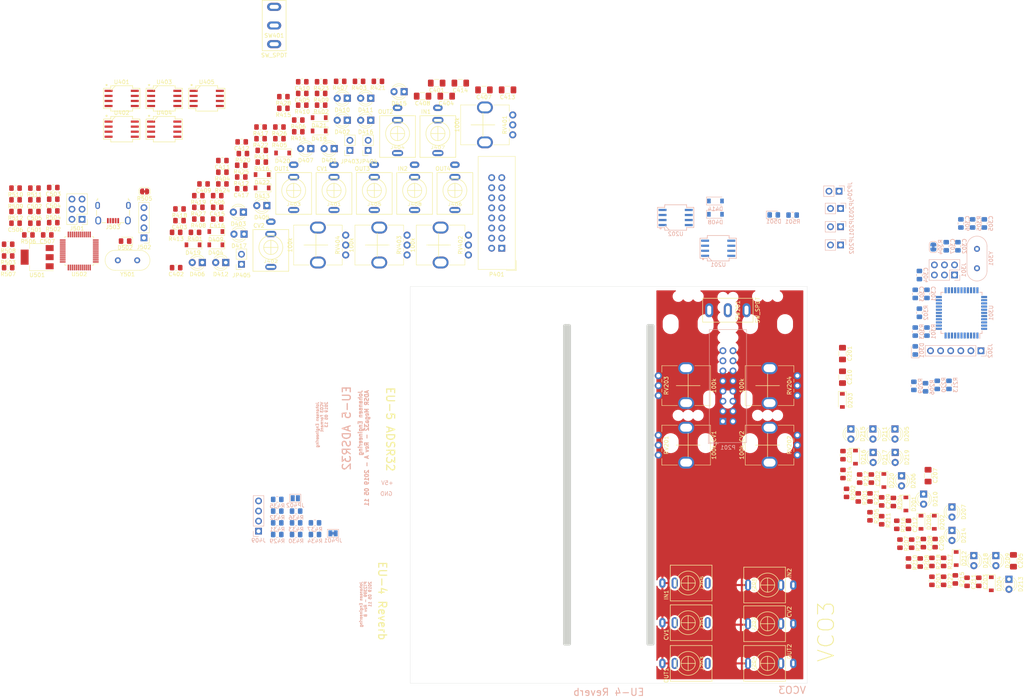
<source format=kicad_pcb>
(kicad_pcb (version 20171130) (host pcbnew "(5.1.0)-1")
  (layers (0 F.Cu signal) (31 B.Cu signal) (34 B.Paste user hide) (35 F.Paste user hide) (36 B.SilkS user) (37 F.SilkS user) (38 B.Mask user hide) (39 F.Mask user hide) (44 Edge.Cuts user))
  (net 0 "")
  (net 1 +5V)
  (net 2 GND)
  (net 3 +5VA)
  (net 4 GNDA)
  (net 5 +12V)
  (net 6 -12V)
  (net 7 "Net-(C210-Pad1)")
  (net 8 "Net-(C306-Pad1)")
  (net 9 0_LED)
  (net 10 "Net-(D201-Pad2)")
  (net 11 18)
  (net 12 19)
  (net 13 20)
  (net 14 21)
  (net 15 22)
  (net 16 23)
  (net 17 "Net-(J401-PadT)")
  (net 18 "Net-(R405-Pad2)")
  (net 19 "Net-(R413-Pad2)")
  (net 20 "Net-(C411-Pad2)")
  (net 21 "Net-(C201-Pad2)")
  (net 22 "Net-(C201-Pad1)")
  (net 23 "Net-(C204-Pad2)")
  (net 24 "Net-(C206-Pad2)")
  (net 25 "Net-(C207-Pad1)")
  (net 26 DACA)
  (net 27 "Net-(C209-Pad2)")
  (net 28 DACB)
  (net 29 PWM12)
  (net 30 "Net-(C301-Pad1)")
  (net 31 "Net-(C305-Pad1)")
  (net 32 32_reset)
  (net 33 "Net-(C307-Pad2)")
  (net 34 "Net-(C406-Pad1)")
  (net 35 "Net-(C406-Pad2)")
  (net 36 "Net-(C407-Pad1)")
  (net 37 "Net-(C408-Pad1)")
  (net 38 PWM_PA8)
  (net 39 "Net-(C412-Pad2)")
  (net 40 "Net-(C412-Pad1)")
  (net 41 "Net-(C413-Pad1)")
  (net 42 "Net-(C414-Pad1)")
  (net 43 PWM_PA9)
  (net 44 "Net-(C501-Pad1)")
  (net 45 +3V3)
  (net 46 +3.3VA)
  (net 47 "Net-(C507-Pad1)")
  (net 48 "Net-(D203-Pad2)")
  (net 49 0)
  (net 50 "Net-(D208-Pad2)")
  (net 51 "Net-(D216-Pad2)")
  (net 52 "Net-(D301-Pad2)")
  (net 53 STM32_CV1)
  (net 54 STM32_CV2)
  (net 55 STM32_IN1)
  (net 56 STM32_IN2)
  (net 57 "Net-(D501-Pad2)")
  (net 58 "Net-(J201-PadT)")
  (net 59 "Net-(J201-PadTN)")
  (net 60 OUT1)
  (net 61 OUT2)
  (net 62 "Net-(J205-PadTN)")
  (net 63 "Net-(J205-PadT)")
  (net 64 32_6_MISO)
  (net 65 32_7_SCK)
  (net 66 32_5_MOSI)
  (net 67 32_9_Tx)
  (net 68 32_8_Rx)
  (net 69 "Net-(J401-PadTN)")
  (net 70 "Net-(J407-PadTN)")
  (net 71 "Net-(J407-PadT)")
  (net 72 boot_0)
  (net 73 "Net-(J501-Pad3)")
  (net 74 /KicadJE_STM32F0/STM32F103C8/STM32_SWDIO_PA13)
  (net 75 /KicadJE_STM32F0/STM32F103C8/STM32_SWCLK_PA14)
  (net 76 "Net-(J503-Pad1)")
  (net 77 "Net-(J503-Pad2)")
  (net 78 "Net-(J503-Pad3)")
  (net 79 32_4_SS_PWM)
  (net 80 /KicadJE_STM32F0/STM32F103C8/STM32_PB12)
  (net 81 /KicadJE_STM32F0/STM32F103C8/STM32_PB13)
  (net 82 /KicadJE_STM32F0/STM32F103C8/STM32_PB15)
  (net 83 "Net-(JP403-Pad1)")
  (net 84 "Net-(R201-Pad1)")
  (net 85 CV1)
  (net 86 "Net-(R202-Pad1)")
  (net 87 CV2)
  (net 88 IN1)
  (net 89 IN2)
  (net 90 /KicadJE_ATMega32A_DAC/ATMega32A.sch/18)
  (net 91 /KicadJE_ATMega32A_DAC/ATMega32A.sch/19)
  (net 92 32_12_PWM)
  (net 93 /KicadJE_ATMega32A_DAC/ATMega32A.sch/20)
  (net 94 /KicadJE_ATMega32A_DAC/ATMega32A.sch/21)
  (net 95 /KicadJE_ATMega32A_DAC/ATMega32A.sch/22)
  (net 96 /KicadJE_ATMega32A_DAC/ATMega32A.sch/23)
  (net 97 "Net-(R401-Pad1)")
  (net 98 "Net-(R402-Pad1)")
  (net 99 "Net-(R403-Pad2)")
  (net 100 "Net-(R410-Pad2)")
  (net 101 "Net-(R412-Pad2)")
  (net 102 "Net-(R415-Pad2)")
  (net 103 "Net-(R422-Pad2)")
  (net 104 "Net-(R424-Pad2)")
  (net 105 /KicadJE_STM32F0/STM32F103C8/STM32_PC14)
  (net 106 "Net-(R427-Pad2)")
  (net 107 "Net-(R428-Pad2)")
  (net 108 /KicadJE_STM32F0/STM32F103C8/STM32_PC15)
  (net 109 /KicadJE_STM32F0/STM32F103C8/STM32_Boot0)
  (net 110 /KicadJE_STM32F0/STM32F103C8/STM32_boot1_PB2)
  (net 111 /KicadJE_STM32F0/STM32F103C8/STM32_LED_PC13)
  (net 112 /KicadJE_STM32F0/STM32F103C8/STM32_USB_P_PA12)
  (net 113 /KicadJE_STM32F0/STM32F103C8/STM32_USB_N_PA11)
  (net 114 Wave)
  (net 115 Duty)
  (net 116 STM32_Wave)
  (net 117 STM32_Duty)
  (net 118 32_1)
  (net 119 32_2_INT2)
  (net 120 /KicadJE_STM32F0/STM32F103C8/STM32_PB0)
  (net 121 /KicadJE_STM32F0/STM32F103C8/STM32_PB1)
  (net 122 /KicadJE_STM32F0/STM32F103C8/STM32_PWM_PA9)
  (net 123 /KicadJE_STM32F0/STM32F103C8/STM32_PWM_PA10)
  (net 124 /KicadJE_STM32F0/STM32F103C8/STM32_PA15)
  (net 125 /KicadJE_STM32F0/STM32F103C8/STM32_PB3)
  (net 126 /KicadJE_STM32F0/STM32F103C8/STM32_PB4)
  (net 127 /KicadJE_STM32F0/STM32F103C8/STM32_PB5)
  (net 128 PB4_C0)
  (net 129 PB0_R0)
  (net 130 PB5_C1)
  (net 131 "Net-(D403-Pad1)")
  (net 132 PB1_R1)
  (net 133 PB2_R2)
  (net 134 PB3_R3)
  (net 135 PB6_SCL1)
  (net 136 PB7_SDA1)
  (net 137 "Net-(JP404-Pad1)")
  (net 138 "Net-(JP405-Pad1)")
  (net 139 STM_DACA)
  (net 140 STM_DACB)
  (net 141 "Net-(D502-Pad2)")
  (net 142 "Net-(C405-Pad1)")
  (net 143 "Net-(C405-Pad2)")
  (net 144 "Net-(C411-Pad1)")
  (net 145 /KicadJE_ATMega32A_DAC/1_out)
  (net 146 /KicadJE_ATMega32A_DAC/2_out)
  (net 147 /KicadJE_ATMega32A_DAC/1_inv)
  (net 148 /KicadJE_ATMega32A_DAC/1_noninv)
  (net 149 /KicadJE_ATMega32A_DAC/2_inv)
  (net 150 /KicadJE_ATMega32A_DAC/2_noninv)
  (net 151 /KicadJE_ATMega32A_DAC/SS)
  (net 152 /KicadJE_ATMega32A_DAC/SDI)
  (net 153 /KicadJE_ATMega32A_DAC/SCK)
  (module Capacitor_SMD:C_1206_3216Metric_Pad1.42x1.75mm_HandSolder (layer F.Cu) (at 158.864999 66.925001 270)
    (fp_text reference C201 (at 0 -1.82 270) (layer F.SilkS))
    (fp_text value 1u)
    (pad 2 smd roundrect (at 1.4875 0 270) (size 1.425 1.75) (layers F.Cu F.Paste F.Mask) (roundrect_rratio 0.175439) (net 21 "Net-(C201-Pad2)"))
    (pad 1 smd roundrect (at -1.4875 0 270) (size 1.425 1.75) (layers F.Cu F.Paste F.Mask) (roundrect_rratio 0.175439) (net 22 "Net-(C201-Pad1)"))
  )
  (module Capacitor_SMD:C_0805_2012Metric_Pad1.15x1.40mm_HandSolder (layer F.Cu) (at 166.134999 98.425001 270)
    (fp_text reference C202 (at 0 -1.65 270) (layer F.SilkS))
    (fp_text value 100n)
    (pad 2 smd roundrect (at 1.025 0 270) (size 1.15 1.4) (layers F.Cu F.Paste F.Mask) (roundrect_rratio 0.217391))
    (pad 1 smd roundrect (at -1.025 0 270) (size 1.15 1.4) (layers F.Cu F.Paste F.Mask) (roundrect_rratio 0.217391) (net 2 GND))
  )
  (module Capacitor_SMD:C_0805_2012Metric_Pad1.15x1.40mm_HandSolder (layer F.Cu) (at 193.184999 124.435001 270)
    (fp_text reference C203 (at 0 -1.65 270) (layer F.SilkS))
    (fp_text value 100n)
    (pad 2 smd roundrect (at 1.025 0 270) (size 1.15 1.4) (layers F.Cu F.Paste F.Mask) (roundrect_rratio 0.217391) (net 3 +5VA))
    (pad 1 smd roundrect (at -1.025 0 270) (size 1.15 1.4) (layers F.Cu F.Paste F.Mask) (roundrect_rratio 0.217391) (net 4 GNDA))
  )
  (module Capacitor_SMD:C_0805_2012Metric_Pad1.15x1.40mm_HandSolder (layer F.Cu) (at 158.984999 92.525001 270)
    (fp_text reference C204 (at 0 -1.65 270) (layer F.SilkS))
    (fp_text value 100n)
    (pad 1 smd roundrect (at -1.025 0 270) (size 1.15 1.4) (layers F.Cu F.Paste F.Mask) (roundrect_rratio 0.217391) (net 22 "Net-(C201-Pad1)"))
    (pad 2 smd roundrect (at 1.025 0 270) (size 1.15 1.4) (layers F.Cu F.Paste F.Mask) (roundrect_rratio 0.217391) (net 23 "Net-(C204-Pad2)"))
  )
  (module Capacitor_SMD:C_1206_3216Metric_Pad1.42x1.75mm_HandSolder (layer F.Cu) (at 201.914999 119.135001 270)
    (fp_text reference C205 (at 0 -1.82 270) (layer F.SilkS))
    (fp_text value 1u)
    (pad 1 smd roundrect (at -1.4875 0 270) (size 1.425 1.75) (layers F.Cu F.Paste F.Mask) (roundrect_rratio 0.175439) (net 2 GND))
    (pad 2 smd roundrect (at 1.4875 0 270) (size 1.425 1.75) (layers F.Cu F.Paste F.Mask) (roundrect_rratio 0.175439))
  )
  (module Capacitor_SMD:C_0805_2012Metric_Pad1.15x1.40mm_HandSolder (layer F.Cu) (at 182.184999 114.685001 270)
    (fp_text reference C206 (at 0 -1.65 270) (layer F.SilkS))
    (fp_text value 100n)
    (pad 1 smd roundrect (at -1.025 0 270) (size 1.15 1.4) (layers F.Cu F.Paste F.Mask) (roundrect_rratio 0.217391) (net 145 /KicadJE_ATMega32A_DAC/1_out))
    (pad 2 smd roundrect (at 1.025 0 270) (size 1.15 1.4) (layers F.Cu F.Paste F.Mask) (roundrect_rratio 0.217391) (net 24 "Net-(C206-Pad2)"))
  )
  (module Capacitor_SMD:C_1206_3216Metric_Pad1.42x1.75mm_HandSolder (layer F.Cu) (at 180.414999 97.685001 270)
    (fp_text reference C207 (at 0 -1.82 270) (layer F.SilkS))
    (fp_text value 1u)
    (pad 1 smd roundrect (at -1.4875 0 270) (size 1.425 1.75) (layers F.Cu F.Paste F.Mask) (roundrect_rratio 0.175439) (net 25 "Net-(C207-Pad1)"))
    (pad 2 smd roundrect (at 1.4875 0 270) (size 1.425 1.75) (layers F.Cu F.Paste F.Mask) (roundrect_rratio 0.175439) (net 26 DACA))
  )
  (module Capacitor_SMD:C_0805_2012Metric_Pad1.15x1.40mm_HandSolder (layer F.Cu) (at 179.234999 114.685001 270)
    (fp_text reference C208 (at 0 -1.65 270) (layer F.SilkS))
    (fp_text value 100n)
    (pad 2 smd roundrect (at 1.025 0 270) (size 1.15 1.4) (layers F.Cu F.Paste F.Mask) (roundrect_rratio 0.217391) (net 4 GNDA))
    (pad 1 smd roundrect (at -1.025 0 270) (size 1.15 1.4) (layers F.Cu F.Paste F.Mask) (roundrect_rratio 0.217391) (net 24 "Net-(C206-Pad2)"))
  )
  (module Capacitor_SMD:C_0805_2012Metric_Pad1.15x1.40mm_HandSolder (layer F.Cu) (at 168.734999 104.175001 270)
    (fp_text reference C209 (at 0 -1.65 270) (layer F.SilkS))
    (fp_text value 100n)
    (pad 1 smd roundrect (at -1.025 0 270) (size 1.15 1.4) (layers F.Cu F.Paste F.Mask) (roundrect_rratio 0.217391) (net 146 /KicadJE_ATMega32A_DAC/2_out))
    (pad 2 smd roundrect (at 1.025 0 270) (size 1.15 1.4) (layers F.Cu F.Paste F.Mask) (roundrect_rratio 0.217391) (net 27 "Net-(C209-Pad2)"))
  )
  (module Capacitor_SMD:C_1206_3216Metric_Pad1.42x1.75mm_HandSolder (layer F.Cu) (at 158.864999 72.875001 270)
    (fp_text reference C210 (at 0 -1.82 270) (layer F.SilkS))
    (fp_text value 1u)
    (pad 2 smd roundrect (at 1.4875 0 270) (size 1.425 1.75) (layers F.Cu F.Paste F.Mask) (roundrect_rratio 0.175439) (net 28 DACB))
    (pad 1 smd roundrect (at -1.4875 0 270) (size 1.425 1.75) (layers F.Cu F.Paste F.Mask) (roundrect_rratio 0.175439) (net 7 "Net-(C210-Pad1)"))
  )
  (module Capacitor_SMD:C_0805_2012Metric_Pad1.15x1.40mm_HandSolder (layer F.Cu) (at 190.234999 124.435001 270)
    (fp_text reference C211 (at 0 -1.65 270) (layer F.SilkS))
    (fp_text value 100n)
    (pad 2 smd roundrect (at 1.025 0 270) (size 1.15 1.4) (layers F.Cu F.Paste F.Mask) (roundrect_rratio 0.217391) (net 4 GNDA))
    (pad 1 smd roundrect (at -1.025 0 270) (size 1.15 1.4) (layers F.Cu F.Paste F.Mask) (roundrect_rratio 0.217391) (net 27 "Net-(C209-Pad2)"))
  )
  (module Capacitor_SMD:C_0805_2012Metric_Pad1.15x1.40mm_HandSolder (layer F.Cu) (at 175.484999 110.075001 270)
    (fp_text reference C212 (at 0 -1.65 270) (layer F.SilkS))
    (fp_text value 100n)
    (pad 2 smd roundrect (at 1.025 0 270) (size 1.15 1.4) (layers F.Cu F.Paste F.Mask) (roundrect_rratio 0.217391) (net 29 PWM12))
    (pad 1 smd roundrect (at -1.025 0 270) (size 1.15 1.4) (layers F.Cu F.Paste F.Mask) (roundrect_rratio 0.217391) (net 2 GND))
  )
  (module Capacitor_SMD:C_0805_2012Metric_Pad1.15x1.40mm_HandSolder (layer B.Cu) (at 180.134999 51.884999 90)
    (fp_text reference C301 (at 0 1.65 90) (layer B.SilkS) (effects (justify mirror)))
    (fp_text value 100n)
    (pad 1 smd roundrect (at -1.025 0 90) (size 1.15 1.4) (layers B.Cu B.Paste B.Mask) (roundrect_rratio 0.217391) (net 30 "Net-(C301-Pad1)"))
    (pad 2 smd roundrect (at 1.025 0 90) (size 1.15 1.4) (layers B.Cu B.Paste B.Mask) (roundrect_rratio 0.217391) (net 1 +5V))
  )
  (module Capacitor_SMD:C_0805_2012Metric_Pad1.15x1.40mm_HandSolder (layer B.Cu) (at 187.934999 39.874999 90)
    (fp_text reference C302 (at 0 1.65 90) (layer B.SilkS) (effects (justify mirror)))
    (fp_text value 100n)
    (pad 2 smd roundrect (at 1.025 0 90) (size 1.15 1.4) (layers B.Cu B.Paste B.Mask) (roundrect_rratio 0.217391))
    (pad 1 smd roundrect (at -1.025 0 90) (size 1.15 1.4) (layers B.Cu B.Paste B.Mask) (roundrect_rratio 0.217391) (net 2 GND))
  )
  (module Capacitor_SMD:C_0805_2012Metric_Pad1.15x1.40mm_HandSolder (layer B.Cu) (at 177.184999 51.884999 90)
    (fp_text reference C303 (at 0 1.65 90) (layer B.SilkS) (effects (justify mirror)))
    (fp_text value 100n)
    (pad 1 smd roundrect (at -1.025 0 90) (size 1.15 1.4) (layers B.Cu B.Paste B.Mask) (roundrect_rratio 0.217391))
    (pad 2 smd roundrect (at 1.025 0 90) (size 1.15 1.4) (layers B.Cu B.Paste B.Mask) (roundrect_rratio 0.217391) (net 1 +5V))
  )
  (module Capacitor_SMD:C_0805_2012Metric_Pad1.15x1.40mm_HandSolder (layer B.Cu) (at 178.234999 47.134999 90)
    (fp_text reference C304 (at 0 1.65 90) (layer B.SilkS) (effects (justify mirror)))
    (fp_text value 100n)
    (pad 2 smd roundrect (at 1.025 0 90) (size 1.15 1.4) (layers B.Cu B.Paste B.Mask) (roundrect_rratio 0.217391) (net 3 +5VA))
    (pad 1 smd roundrect (at -1.025 0 90) (size 1.15 1.4) (layers B.Cu B.Paste B.Mask) (roundrect_rratio 0.217391) (net 4 GNDA))
  )
  (module Capacitor_SMD:C_0805_2012Metric_Pad1.15x1.40mm_HandSolder (layer B.Cu) (at 194.584999 34.124999 90)
    (fp_text reference C305 (at 0 1.65 90) (layer B.SilkS) (effects (justify mirror)))
    (fp_text value 22p)
    (pad 1 smd roundrect (at -1.025 0 90) (size 1.15 1.4) (layers B.Cu B.Paste B.Mask) (roundrect_rratio 0.217391) (net 31 "Net-(C305-Pad1)"))
    (pad 2 smd roundrect (at 1.025 0 90) (size 1.15 1.4) (layers B.Cu B.Paste B.Mask) (roundrect_rratio 0.217391) (net 2 GND))
  )
  (module Capacitor_SMD:C_0805_2012Metric_Pad1.15x1.40mm_HandSolder (layer B.Cu) (at 188.684999 34.124999 90)
    (fp_text reference C306 (at 0 1.65 90) (layer B.SilkS) (effects (justify mirror)))
    (fp_text value 22p)
    (pad 2 smd roundrect (at 1.025 0 90) (size 1.15 1.4) (layers B.Cu B.Paste B.Mask) (roundrect_rratio 0.217391) (net 2 GND))
    (pad 1 smd roundrect (at -1.025 0 90) (size 1.15 1.4) (layers B.Cu B.Paste B.Mask) (roundrect_rratio 0.217391) (net 8 "Net-(C306-Pad1)"))
  )
  (module Capacitor_SMD:C_0805_2012Metric_Pad1.15x1.40mm_HandSolder (layer B.Cu) (at 184.984999 39.874999 90)
    (fp_text reference C307 (at 0 1.65 90) (layer B.SilkS) (effects (justify mirror)))
    (fp_text value 100n)
    (pad 1 smd roundrect (at -1.025 0 90) (size 1.15 1.4) (layers B.Cu B.Paste B.Mask) (roundrect_rratio 0.217391) (net 32 32_reset))
    (pad 2 smd roundrect (at 1.025 0 90) (size 1.15 1.4) (layers B.Cu B.Paste B.Mask) (roundrect_rratio 0.217391) (net 33 "Net-(C307-Pad2)"))
  )
  (module Capacitor_SMD:C_1206_3216Metric_Pad1.42x1.75mm_HandSolder (layer F.Cu) (at 56.674999 -1.235001 180)
    (fp_text reference C401 (at 0 -1.82 180) (layer F.SilkS))
    (fp_text value 1u)
    (pad 2 smd roundrect (at 1.4875 0 180) (size 1.425 1.75) (layers F.Cu F.Paste F.Mask) (roundrect_rratio 0.175439) (net 5 +12V))
    (pad 1 smd roundrect (at -1.4875 0 180) (size 1.425 1.75) (layers F.Cu F.Paste F.Mask) (roundrect_rratio 0.175439) (net 2 GND))
  )
  (module Capacitor_SMD:C_0805_2012Metric_Pad1.15x1.40mm_HandSolder (layer F.Cu) (at -8.935001 45.274999 180)
    (fp_text reference C402 (at 0 -1.65 180) (layer F.SilkS))
    (fp_text value 100n)
    (pad 1 smd roundrect (at -1.025 0 180) (size 1.15 1.4) (layers F.Cu F.Paste F.Mask) (roundrect_rratio 0.217391) (net 2 GND))
    (pad 2 smd roundrect (at 1.025 0 180) (size 1.15 1.4) (layers F.Cu F.Paste F.Mask) (roundrect_rratio 0.217391) (net 5 +12V))
  )
  (module Capacitor_SMD:C_0805_2012Metric_Pad1.15x1.40mm_HandSolder (layer F.Cu) (at 7.464999 25.374999 180)
    (fp_text reference C417 (at 0 -1.65 180) (layer F.SilkS))
    (fp_text value 100n)
    (pad 1 smd roundrect (at -1.025 0 180) (size 1.15 1.4) (layers F.Cu F.Paste F.Mask) (roundrect_rratio 0.217391) (net 1 +5V))
    (pad 2 smd roundrect (at 1.025 0 180) (size 1.15 1.4) (layers F.Cu F.Paste F.Mask) (roundrect_rratio 0.217391) (net 2 GND))
  )
  (module Capacitor_SMD:C_0805_2012Metric_Pad1.15x1.40mm_HandSolder (layer F.Cu) (at -8.085001 33.424999 180)
    (fp_text reference C403 (at 0 -1.65 180) (layer F.SilkS))
    (fp_text value 100n)
    (pad 2 smd roundrect (at 1.025 0 180) (size 1.15 1.4) (layers F.Cu F.Paste F.Mask) (roundrect_rratio 0.217391) (net 6 -12V))
    (pad 1 smd roundrect (at -1.025 0 180) (size 1.15 1.4) (layers F.Cu F.Paste F.Mask) (roundrect_rratio 0.217391) (net 2 GND))
  )
  (module Capacitor_SMD:C_1206_3216Metric_Pad1.42x1.75mm_HandSolder (layer F.Cu) (at 59.074999 2.054999 180)
    (fp_text reference C404 (at 0 -1.82 180) (layer F.SilkS))
    (fp_text value 1u)
    (pad 1 smd roundrect (at -1.4875 0 180) (size 1.425 1.75) (layers F.Cu F.Paste F.Mask) (roundrect_rratio 0.175439) (net 2 GND))
    (pad 2 smd roundrect (at 1.4875 0 180) (size 1.425 1.75) (layers F.Cu F.Paste F.Mask) (roundrect_rratio 0.175439) (net 6 -12V))
  )
  (module Capacitor_SMD:C_0805_2012Metric_Pad1.15x1.40mm_HandSolder (layer F.Cu) (at 22.824999 1.374999 180)
    (fp_text reference C405 (at 0 -1.65 180) (layer F.SilkS))
    (fp_text value 100n)
    (pad 1 smd roundrect (at -1.025 0 180) (size 1.15 1.4) (layers F.Cu F.Paste F.Mask) (roundrect_rratio 0.217391) (net 142 "Net-(C405-Pad1)"))
    (pad 2 smd roundrect (at 1.025 0 180) (size 1.15 1.4) (layers F.Cu F.Paste F.Mask) (roundrect_rratio 0.217391) (net 143 "Net-(C405-Pad2)"))
  )
  (module Capacitor_SMD:C_0805_2012Metric_Pad1.15x1.40mm_HandSolder (layer F.Cu) (at 1.414999 27.124999 180)
    (fp_text reference C406 (at 0 -1.65 180) (layer F.SilkS))
    (fp_text value 100n)
    (pad 2 smd roundrect (at 1.025 0 180) (size 1.15 1.4) (layers F.Cu F.Paste F.Mask) (roundrect_rratio 0.217391) (net 35 "Net-(C406-Pad2)"))
    (pad 1 smd roundrect (at -1.025 0 180) (size 1.15 1.4) (layers F.Cu F.Paste F.Mask) (roundrect_rratio 0.217391) (net 34 "Net-(C406-Pad1)"))
  )
  (module Capacitor_SMD:C_1206_3216Metric_Pad1.42x1.75mm_HandSolder (layer F.Cu) (at 68.574999 0.474999 180)
    (fp_text reference C407 (at 0 -1.82 180) (layer F.SilkS))
    (fp_text value 1u)
    (pad 1 smd roundrect (at -1.4875 0 180) (size 1.425 1.75) (layers F.Cu F.Paste F.Mask) (roundrect_rratio 0.175439) (net 36 "Net-(C407-Pad1)"))
    (pad 2 smd roundrect (at 1.4875 0 180) (size 1.425 1.75) (layers F.Cu F.Paste F.Mask) (roundrect_rratio 0.175439) (net 139 STM_DACA))
  )
  (module Capacitor_SMD:C_1206_3216Metric_Pad1.42x1.75mm_HandSolder (layer F.Cu) (at 53.124999 2.054999 180)
    (fp_text reference C408 (at 0 -1.82 180) (layer F.SilkS))
    (fp_text value 1u)
    (pad 1 smd roundrect (at -1.4875 0 180) (size 1.425 1.75) (layers F.Cu F.Paste F.Mask) (roundrect_rratio 0.175439) (net 37 "Net-(C408-Pad1)"))
    (pad 2 smd roundrect (at 1.4875 0 180) (size 1.425 1.75) (layers F.Cu F.Paste F.Mask) (roundrect_rratio 0.175439) (net 38 PWM_PA8))
  )
  (module Capacitor_SMD:C_0805_2012Metric_Pad1.15x1.40mm_HandSolder (layer F.Cu) (at -2.035001 24.174999 180)
    (fp_text reference C409 (at 0 -1.65 180) (layer F.SilkS))
    (fp_text value 100n)
    (pad 2 smd roundrect (at 1.025 0 180) (size 1.15 1.4) (layers F.Cu F.Paste F.Mask) (roundrect_rratio 0.217391) (net 4 GNDA))
    (pad 1 smd roundrect (at -1.025 0 180) (size 1.15 1.4) (layers F.Cu F.Paste F.Mask) (roundrect_rratio 0.217391) (net 143 "Net-(C405-Pad2)"))
  )
  (module Capacitor_SMD:C_0805_2012Metric_Pad1.15x1.40mm_HandSolder (layer F.Cu) (at 22.824999 -1.575001 180)
    (fp_text reference C410 (at 0 -1.65 180) (layer F.SilkS))
    (fp_text value 100n)
    (pad 1 smd roundrect (at -1.025 0 180) (size 1.15 1.4) (layers F.Cu F.Paste F.Mask) (roundrect_rratio 0.217391) (net 35 "Net-(C406-Pad2)"))
    (pad 2 smd roundrect (at 1.025 0 180) (size 1.15 1.4) (layers F.Cu F.Paste F.Mask) (roundrect_rratio 0.217391) (net 4 GNDA))
  )
  (module Capacitor_SMD:C_0805_2012Metric_Pad1.15x1.40mm_HandSolder (layer F.Cu) (at 2.714999 18.274999 180)
    (fp_text reference C411 (at 0 -1.65 180) (layer F.SilkS))
    (fp_text value 100n)
    (pad 2 smd roundrect (at 1.025 0 180) (size 1.15 1.4) (layers F.Cu F.Paste F.Mask) (roundrect_rratio 0.217391) (net 20 "Net-(C411-Pad2)"))
    (pad 1 smd roundrect (at -1.025 0 180) (size 1.15 1.4) (layers F.Cu F.Paste F.Mask) (roundrect_rratio 0.217391) (net 144 "Net-(C411-Pad1)"))
  )
  (module Capacitor_SMD:C_0805_2012Metric_Pad1.15x1.40mm_HandSolder (layer F.Cu) (at 7.574999 13.574999 180)
    (fp_text reference C412 (at 0 -1.65 180) (layer F.SilkS))
    (fp_text value 100n)
    (pad 1 smd roundrect (at -1.025 0 180) (size 1.15 1.4) (layers F.Cu F.Paste F.Mask) (roundrect_rratio 0.217391) (net 40 "Net-(C412-Pad1)"))
    (pad 2 smd roundrect (at 1.025 0 180) (size 1.15 1.4) (layers F.Cu F.Paste F.Mask) (roundrect_rratio 0.217391) (net 39 "Net-(C412-Pad2)"))
  )
  (module Capacitor_SMD:C_1206_3216Metric_Pad1.42x1.75mm_HandSolder (layer F.Cu) (at 74.524999 0.474999 180)
    (fp_text reference C413 (at 0 -1.82 180) (layer F.SilkS))
    (fp_text value 1u)
    (pad 2 smd roundrect (at 1.4875 0 180) (size 1.425 1.75) (layers F.Cu F.Paste F.Mask) (roundrect_rratio 0.175439) (net 140 STM_DACB))
    (pad 1 smd roundrect (at -1.4875 0 180) (size 1.425 1.75) (layers F.Cu F.Paste F.Mask) (roundrect_rratio 0.175439) (net 41 "Net-(C413-Pad1)"))
  )
  (module Capacitor_SMD:C_1206_3216Metric_Pad1.42x1.75mm_HandSolder (layer F.Cu) (at 62.624999 -1.235001 180)
    (fp_text reference C414 (at 0 -1.82 180) (layer F.SilkS))
    (fp_text value 1u)
    (pad 2 smd roundrect (at 1.4875 0 180) (size 1.425 1.75) (layers F.Cu F.Paste F.Mask) (roundrect_rratio 0.175439) (net 43 PWM_PA9))
    (pad 1 smd roundrect (at -1.4875 0 180) (size 1.425 1.75) (layers F.Cu F.Paste F.Mask) (roundrect_rratio 0.175439) (net 42 "Net-(C414-Pad1)"))
  )
  (module Capacitor_SMD:C_0805_2012Metric_Pad1.15x1.40mm_HandSolder (layer F.Cu) (at 1.414999 30.074999 180)
    (fp_text reference C415 (at 0 -1.65 180) (layer F.SilkS))
    (fp_text value 100n)
    (pad 1 smd roundrect (at -1.025 0 180) (size 1.15 1.4) (layers F.Cu F.Paste F.Mask) (roundrect_rratio 0.217391) (net 20 "Net-(C411-Pad2)"))
    (pad 2 smd roundrect (at 1.025 0 180) (size 1.15 1.4) (layers F.Cu F.Paste F.Mask) (roundrect_rratio 0.217391) (net 4 GNDA))
  )
  (module Capacitor_SMD:C_0805_2012Metric_Pad1.15x1.40mm_HandSolder (layer F.Cu) (at 1.414999 33.024999 180)
    (fp_text reference C416 (at 0 -1.65 180) (layer F.SilkS))
    (fp_text value 100n)
    (pad 2 smd roundrect (at 1.025 0 180) (size 1.15 1.4) (layers F.Cu F.Paste F.Mask) (roundrect_rratio 0.217391) (net 4 GNDA))
    (pad 1 smd roundrect (at -1.025 0 180) (size 1.15 1.4) (layers F.Cu F.Paste F.Mask) (roundrect_rratio 0.217391) (net 39 "Net-(C412-Pad2)"))
  )
  (module Capacitor_SMD:C_0805_2012Metric_Pad1.15x1.40mm_HandSolder (layer F.Cu) (at -44.625001 34.074999 180)
    (fp_text reference C501 (at 0 -1.65 180) (layer F.SilkS))
    (fp_text value 20p)
    (pad 2 smd roundrect (at 1.025 0 180) (size 1.15 1.4) (layers F.Cu F.Paste F.Mask) (roundrect_rratio 0.217391) (net 2 GND))
    (pad 1 smd roundrect (at -1.025 0 180) (size 1.15 1.4) (layers F.Cu F.Paste F.Mask) (roundrect_rratio 0.217391) (net 44 "Net-(C501-Pad1)"))
  )
  (module Capacitor_SMD:C_0805_2012Metric_Pad1.15x1.40mm_HandSolder (layer F.Cu) (at -44.625001 28.174999 180)
    (fp_text reference C502 (at 0 -1.65 180) (layer F.SilkS))
    (fp_text value 470n)
    (pad 1 smd roundrect (at -1.025 0 180) (size 1.15 1.4) (layers F.Cu F.Paste F.Mask) (roundrect_rratio 0.217391) (net 2 GND))
    (pad 2 smd roundrect (at 1.025 0 180) (size 1.15 1.4) (layers F.Cu F.Paste F.Mask) (roundrect_rratio 0.217391) (net 1 +5V))
  )
  (module Capacitor_SMD:C_0805_2012Metric_Pad1.15x1.40mm_HandSolder (layer F.Cu) (at -39.875001 25.074999 180)
    (fp_text reference C503 (at 0 -1.65 180) (layer F.SilkS))
    (fp_text value 100n)
    (pad 1 smd roundrect (at -1.025 0 180) (size 1.15 1.4) (layers F.Cu F.Paste F.Mask) (roundrect_rratio 0.217391) (net 2 GND))
    (pad 2 smd roundrect (at 1.025 0 180) (size 1.15 1.4) (layers F.Cu F.Paste F.Mask) (roundrect_rratio 0.217391) (net 45 +3V3))
  )
  (module Capacitor_SMD:C_0805_2012Metric_Pad1.15x1.40mm_HandSolder (layer F.Cu) (at -39.875001 28.024999 180)
    (fp_text reference C504 (at 0 -1.65 180) (layer F.SilkS))
    (fp_text value 100n)
    (pad 2 smd roundrect (at 1.025 0 180) (size 1.15 1.4) (layers F.Cu F.Paste F.Mask) (roundrect_rratio 0.217391) (net 45 +3V3))
    (pad 1 smd roundrect (at -1.025 0 180) (size 1.15 1.4) (layers F.Cu F.Paste F.Mask) (roundrect_rratio 0.217391) (net 2 GND))
  )
  (module Capacitor_SMD:C_0805_2012Metric_Pad1.15x1.40mm_HandSolder (layer F.Cu) (at -44.625001 31.124999 180)
    (fp_text reference C505 (at 0 -1.65 180) (layer F.SilkS))
    (fp_text value 100n)
    (pad 1 smd roundrect (at -1.025 0 180) (size 1.15 1.4) (layers F.Cu F.Paste F.Mask) (roundrect_rratio 0.217391) (net 2 GND))
    (pad 2 smd roundrect (at 1.025 0 180) (size 1.15 1.4) (layers F.Cu F.Paste F.Mask) (roundrect_rratio 0.217391) (net 45 +3V3))
  )
  (module Capacitor_SMD:C_0805_2012Metric_Pad1.15x1.40mm_HandSolder (layer F.Cu) (at -49.375001 34.074999 180)
    (fp_text reference C506 (at 0 -1.65 180) (layer F.SilkS))
    (fp_text value 100n)
    (pad 1 smd roundrect (at -1.025 0 180) (size 1.15 1.4) (layers F.Cu F.Paste F.Mask) (roundrect_rratio 0.217391) (net 4 GNDA))
    (pad 2 smd roundrect (at 1.025 0 180) (size 1.15 1.4) (layers F.Cu F.Paste F.Mask) (roundrect_rratio 0.217391) (net 46 +3.3VA))
  )
  (module Capacitor_SMD:C_0805_2012Metric_Pad1.15x1.40mm_HandSolder (layer F.Cu) (at -41.385001 37.024999 180)
    (fp_text reference C507 (at 0 -1.65 180) (layer F.SilkS))
    (fp_text value 20p)
    (pad 2 smd roundrect (at 1.025 0 180) (size 1.15 1.4) (layers F.Cu F.Paste F.Mask) (roundrect_rratio 0.217391) (net 2 GND))
    (pad 1 smd roundrect (at -1.025 0 180) (size 1.15 1.4) (layers F.Cu F.Paste F.Mask) (roundrect_rratio 0.217391) (net 47 "Net-(C507-Pad1)"))
  )
  (module Diode_SMD:D_SOD-123 (layer F.Cu) (at 174.834999 104.825001 270)
    (fp_text reference D201 (at 0 -2 270) (layer F.SilkS))
    (fp_text value 1N1007)
    (pad 1 smd rect (at -1.65 0 270) (size 0.9 1.2) (layers F.Cu F.Paste F.Mask) (net 1 +5V))
    (pad 2 smd rect (at 1.65 0 270) (size 0.9 1.2) (layers F.Cu F.Paste F.Mask) (net 10 "Net-(D201-Pad2)"))
  )
  (module Diode_SMD:D_SOD-123 (layer F.Cu) (at 181.984999 109.435001 270)
    (fp_text reference D202 (at 0 -2 270) (layer F.SilkS))
    (fp_text value 1N1007)
    (pad 2 smd rect (at 1.65 0 270) (size 0.9 1.2) (layers F.Cu F.Paste F.Mask) (net 4 GNDA))
    (pad 1 smd rect (at -1.65 0 270) (size 0.9 1.2) (layers F.Cu F.Paste F.Mask) (net 10 "Net-(D201-Pad2)"))
  )
  (module Diode_SMD:D_SOD-123 (layer F.Cu) (at 158.834999 78.725001 270)
    (fp_text reference D203 (at 0 -2 270) (layer F.SilkS))
    (fp_text value 1N1007)
    (pad 2 smd rect (at 1.65 0 270) (size 0.9 1.2) (layers F.Cu F.Paste F.Mask) (net 48 "Net-(D203-Pad2)"))
    (pad 1 smd rect (at -1.65 0 270) (size 0.9 1.2) (layers F.Cu F.Paste F.Mask) (net 1 +5V))
  )
  (module Diode_SMD:D_SOD-123 (layer F.Cu) (at 196.334999 124.935001 270)
    (fp_text reference D204 (at 0 -2 270) (layer F.SilkS))
    (fp_text value 1N1007)
    (pad 2 smd rect (at 1.65 0 270) (size 0.9 1.2) (layers F.Cu F.Paste F.Mask) (net 4 GNDA))
    (pad 1 smd rect (at -1.65 0 270) (size 0.9 1.2) (layers F.Cu F.Paste F.Mask) (net 48 "Net-(D203-Pad2)"))
  )
  (module LED_THT:LED_D3.0mm (layer F.Cu) (at 172.084999 85.925001 270)
    (fp_text reference D205 (at 1.27 -2.96 270) (layer F.SilkS))
    (fp_text value LED)
    (pad 2 thru_hole circle (at 2.54 0 270) (size 1.8 1.8) (drill 0.9) (layers *.Cu *.Mask) (net 11 18))
    (pad 1 thru_hole rect (at 0 0 270) (size 1.8 1.8) (drill 0.9) (layers *.Cu *.Mask) (net 15 22))
  )
  (module LED_THT:LED_D3.0mm (layer F.Cu) (at 173.734999 97.725001 270)
    (fp_text reference D206 (at 1.27 -2.96 270) (layer F.SilkS))
    (fp_text value LED)
    (pad 2 thru_hole circle (at 2.54 0 270) (size 1.8 1.8) (drill 0.9) (layers *.Cu *.Mask) (net 11 18))
    (pad 1 thru_hole rect (at 0 0 270) (size 1.8 1.8) (drill 0.9) (layers *.Cu *.Mask) (net 16 23))
  )
  (module LED_THT:LED_D3.0mm (layer F.Cu) (at 186.434999 105.585001 270)
    (fp_text reference D207 (at 1.27 -2.96 270) (layer F.SilkS))
    (fp_text value LED)
    (pad 2 thru_hole circle (at 2.54 0 270) (size 1.8 1.8) (drill 0.9) (layers *.Cu *.Mask) (net 11 18))
    (pad 1 thru_hole rect (at 0 0 270) (size 1.8 1.8) (drill 0.9) (layers *.Cu *.Mask) (net 49 0))
  )
  (module Diode_SMD:D_SOD-123 (layer F.Cu) (at 178.634999 109.435001 270)
    (fp_text reference D208 (at 0 -2 270) (layer F.SilkS))
    (fp_text value 1N1007)
    (pad 1 smd rect (at -1.65 0 270) (size 0.9 1.2) (layers F.Cu F.Paste F.Mask) (net 1 +5V))
    (pad 2 smd rect (at 1.65 0 270) (size 0.9 1.2) (layers F.Cu F.Paste F.Mask) (net 50 "Net-(D208-Pad2)"))
  )
  (module LED_THT:LED_D3.0mm (layer F.Cu) (at 197.494999 117.835001 270)
    (fp_text reference D209 (at 1.27 -2.96 270) (layer F.SilkS))
    (fp_text value LED)
    (pad 1 thru_hole rect (at 0 0 270) (size 1.8 1.8) (drill 0.9) (layers *.Cu *.Mask))
    (pad 2 thru_hole circle (at 2.54 0 270) (size 1.8 1.8) (drill 0.9) (layers *.Cu *.Mask) (net 12 19))
  )
  (module LED_THT:LED_D3.0mm (layer F.Cu) (at 179.284999 102.335001 270)
    (fp_text reference D210 (at 1.27 -2.96 270) (layer F.SilkS))
    (fp_text value LED)
    (pad 1 thru_hole rect (at 0 0 270) (size 1.8 1.8) (drill 0.9) (layers *.Cu *.Mask))
    (pad 2 thru_hole circle (at 2.54 0 270) (size 1.8 1.8) (drill 0.9) (layers *.Cu *.Mask) (net 12 19))
  )
  (module LED_THT:LED_D3.0mm (layer F.Cu) (at 166.534999 85.925001 270)
    (fp_text reference D211 (at 1.27 -2.96 270) (layer F.SilkS))
    (fp_text value LED)
    (pad 2 thru_hole circle (at 2.54 0 270) (size 1.8 1.8) (drill 0.9) (layers *.Cu *.Mask) (net 12 19))
    (pad 1 thru_hole rect (at 0 0 270) (size 1.8 1.8) (drill 0.9) (layers *.Cu *.Mask))
  )
  (module Diode_SMD:D_SOD-123 (layer F.Cu) (at 187.494999 118.585001 270)
    (fp_text reference D212 (at 0 -2 270) (layer F.SilkS))
    (fp_text value 1N1007)
    (pad 1 smd rect (at -1.65 0 270) (size 0.9 1.2) (layers F.Cu F.Paste F.Mask) (net 50 "Net-(D208-Pad2)"))
    (pad 2 smd rect (at 1.65 0 270) (size 0.9 1.2) (layers F.Cu F.Paste F.Mask) (net 4 GNDA))
  )
  (module LED_THT:LED_D3.0mm (layer F.Cu) (at 200.784999 123.785001 270)
    (fp_text reference D213 (at 1.27 -2.96 270) (layer F.SilkS))
    (fp_text value LED)
    (pad 1 thru_hole rect (at 0 0 270) (size 1.8 1.8) (drill 0.9) (layers *.Cu *.Mask))
    (pad 2 thru_hole circle (at 2.54 0 270) (size 1.8 1.8) (drill 0.9) (layers *.Cu *.Mask) (net 13 20))
  )
  (module LED_THT:LED_D3.0mm (layer F.Cu) (at 186.434999 111.485001 270)
    (fp_text reference D214 (at 1.27 -2.96 270) (layer F.SilkS))
    (fp_text value LED)
    (pad 2 thru_hole circle (at 2.54 0 270) (size 1.8 1.8) (drill 0.9) (layers *.Cu *.Mask) (net 13 20))
    (pad 1 thru_hole rect (at 0 0 270) (size 1.8 1.8) (drill 0.9) (layers *.Cu *.Mask))
  )
  (module LED_THT:LED_D3.0mm (layer F.Cu) (at 160.984999 85.925001 270)
    (fp_text reference D215 (at 1.27 -2.96 270) (layer F.SilkS))
    (fp_text value LED)
    (pad 2 thru_hole circle (at 2.54 0 270) (size 1.8 1.8) (drill 0.9) (layers *.Cu *.Mask) (net 13 20))
    (pad 1 thru_hole rect (at 0 0 270) (size 1.8 1.8) (drill 0.9) (layers *.Cu *.Mask))
  )
  (module Diode_SMD:D_SOD-123 (layer F.Cu) (at 162.134999 93.025001 270)
    (fp_text reference D216 (at 0 -2 270) (layer F.SilkS))
    (fp_text value 1N1007)
    (pad 2 smd rect (at 1.65 0 270) (size 0.9 1.2) (layers F.Cu F.Paste F.Mask) (net 51 "Net-(D216-Pad2)"))
    (pad 1 smd rect (at -1.65 0 270) (size 0.9 1.2) (layers F.Cu F.Paste F.Mask) (net 1 +5V))
  )
  (module LED_THT:LED_D3.0mm (layer F.Cu) (at 166.584999 91.825001 270)
    (fp_text reference D217 (at 1.27 -2.96 270) (layer F.SilkS))
    (fp_text value LED)
    (pad 2 thru_hole circle (at 2.54 0 270) (size 1.8 1.8) (drill 0.9) (layers *.Cu *.Mask) (net 14 21))
    (pad 1 thru_hole rect (at 0 0 270) (size 1.8 1.8) (drill 0.9) (layers *.Cu *.Mask))
  )
  (module LED_THT:LED_D3.0mm (layer F.Cu) (at 191.944999 117.835001 270)
    (fp_text reference D218 (at 1.27 -2.96 270) (layer F.SilkS))
    (fp_text value LED)
    (pad 1 thru_hole rect (at 0 0 270) (size 1.8 1.8) (drill 0.9) (layers *.Cu *.Mask))
    (pad 2 thru_hole circle (at 2.54 0 270) (size 1.8 1.8) (drill 0.9) (layers *.Cu *.Mask) (net 14 21))
  )
  (module LED_THT:LED_D3.0mm (layer F.Cu) (at 172.134999 91.825001 270)
    (fp_text reference D219 (at 1.27 -2.96 270) (layer F.SilkS))
    (fp_text value LED)
    (pad 1 thru_hole rect (at 0 0 270) (size 1.8 1.8) (drill 0.9) (layers *.Cu *.Mask))
    (pad 2 thru_hole circle (at 2.54 0 270) (size 1.8 1.8) (drill 0.9) (layers *.Cu *.Mask) (net 14 21))
  )
  (module Diode_SMD:D_SOD-123 (layer F.Cu) (at 169.284999 98.925001 270)
    (fp_text reference D220 (at 0 -2 270) (layer F.SilkS))
    (fp_text value 1N1007)
    (pad 1 smd rect (at -1.65 0 270) (size 0.9 1.2) (layers F.Cu F.Paste F.Mask) (net 51 "Net-(D216-Pad2)"))
    (pad 2 smd rect (at 1.65 0 270) (size 0.9 1.2) (layers F.Cu F.Paste F.Mask) (net 4 GNDA))
  )
  (module LED_SMD:LED_0805_2012Metric_Pad1.15x1.40mm_HandSolder (layer B.Cu) (at 177.189999 66.129999 90)
    (fp_text reference D301 (at 0 1.65 90) (layer B.SilkS) (effects (justify mirror)))
    (fp_text value LED)
    (pad 1 smd roundrect (at -1.025 0 90) (size 1.15 1.4) (layers B.Cu B.Paste B.Mask) (roundrect_rratio 0.217391) (net 2 GND))
    (pad 2 smd roundrect (at 1.025 0 90) (size 1.15 1.4) (layers B.Cu B.Paste B.Mask) (roundrect_rratio 0.217391) (net 52 "Net-(D301-Pad2)"))
  )
  (module LED_THT:LED_D3.0mm (layer F.Cu) (at 30.874999 15.274999 180)
    (fp_text reference D401 (at 1.27 -2.96 180) (layer F.SilkS))
    (fp_text value LED)
    (pad 1 thru_hole rect (at 0 0 180) (size 1.8 1.8) (drill 0.9) (layers *.Cu *.Mask) (net 128 PB4_C0))
    (pad 2 thru_hole circle (at 2.54 0 180) (size 1.8 1.8) (drill 0.9) (layers *.Cu *.Mask) (net 129 PB0_R0))
  )
  (module LED_THT:LED_D3.0mm (layer F.Cu) (at 34.174999 8.124999 180)
    (fp_text reference D402 (at 1.27 -2.96 180) (layer F.SilkS))
    (fp_text value LED)
    (pad 1 thru_hole rect (at 0 0 180) (size 1.8 1.8) (drill 0.9) (layers *.Cu *.Mask) (net 130 PB5_C1))
    (pad 2 thru_hole circle (at 2.54 0 180) (size 1.8 1.8) (drill 0.9) (layers *.Cu *.Mask) (net 129 PB0_R0))
  )
  (module LED_THT:LED_D3.0mm (layer F.Cu) (at 8.014999 31.274999 180)
    (fp_text reference D403 (at 1.27 -2.96 180) (layer F.SilkS))
    (fp_text value LED)
    (pad 1 thru_hole rect (at 0 0 180) (size 1.8 1.8) (drill 0.9) (layers *.Cu *.Mask) (net 131 "Net-(D403-Pad1)"))
    (pad 2 thru_hole circle (at 2.54 0 180) (size 1.8 1.8) (drill 0.9) (layers *.Cu *.Mask) (net 129 PB0_R0))
  )
  (module Diode_SMD:D_SOD-123 (layer F.Cu) (at 1.064999 39.524999 180)
    (fp_text reference D404 (at 0 -2 180) (layer F.SilkS))
    (fp_text value 1N1007)
    (pad 2 smd rect (at 1.65 0 180) (size 0.9 1.2) (layers F.Cu F.Paste F.Mask) (net 53 STM32_CV1))
    (pad 1 smd rect (at -1.65 0 180) (size 0.9 1.2) (layers F.Cu F.Paste F.Mask) (net 45 +3V3))
  )
  (module LED_THT:LED_D3.0mm (layer F.Cu) (at 13.914999 29.624999 180)
    (fp_text reference D405 (at 1.27 -2.96 180) (layer F.SilkS))
    (fp_text value LED)
    (pad 2 thru_hole circle (at 2.54 0 180) (size 1.8 1.8) (drill 0.9) (layers *.Cu *.Mask) (net 132 PB1_R1))
    (pad 1 thru_hole rect (at 0 0 180) (size 1.8 1.8) (drill 0.9) (layers *.Cu *.Mask) (net 128 PB4_C0))
  )
  (module LED_THT:LED_D3.0mm (layer F.Cu) (at -2.335001 43.974999 180)
    (fp_text reference D406 (at 1.27 -2.96 180) (layer F.SilkS))
    (fp_text value LED)
    (pad 2 thru_hole circle (at 2.54 0 180) (size 1.8 1.8) (drill 0.9) (layers *.Cu *.Mask) (net 132 PB1_R1))
    (pad 1 thru_hole rect (at 0 0 180) (size 1.8 1.8) (drill 0.9) (layers *.Cu *.Mask) (net 130 PB5_C1))
  )
  (module LED_THT:LED_D3.0mm (layer F.Cu) (at 24.974999 15.274999 180)
    (fp_text reference D407 (at 1.27 -2.96 180) (layer F.SilkS))
    (fp_text value LED)
    (pad 2 thru_hole circle (at 2.54 0 180) (size 1.8 1.8) (drill 0.9) (layers *.Cu *.Mask) (net 132 PB1_R1))
    (pad 1 thru_hole rect (at 0 0 180) (size 1.8 1.8) (drill 0.9) (layers *.Cu *.Mask) (net 131 "Net-(D403-Pad1)"))
  )
  (module Diode_SMD:D_SOD-123 (layer F.Cu) (at 1.064999 36.174999 180)
    (fp_text reference D409 (at 0 -2 180) (layer F.SilkS))
    (fp_text value 1N1007)
    (pad 1 smd rect (at -1.65 0 180) (size 0.9 1.2) (layers F.Cu F.Paste F.Mask) (net 53 STM32_CV1))
    (pad 2 smd rect (at 1.65 0 180) (size 0.9 1.2) (layers F.Cu F.Paste F.Mask) (net 4 GNDA))
  )
  (module LED_THT:LED_D3.0mm (layer F.Cu) (at 34.174999 2.574999 180)
    (fp_text reference D410 (at 1.27 -2.96 180) (layer F.SilkS))
    (fp_text value LED)
    (pad 2 thru_hole circle (at 2.54 0 180) (size 1.8 1.8) (drill 0.9) (layers *.Cu *.Mask) (net 133 PB2_R2))
    (pad 1 thru_hole rect (at 0 0 180) (size 1.8 1.8) (drill 0.9) (layers *.Cu *.Mask) (net 128 PB4_C0))
  )
  (module LED_THT:LED_D3.0mm (layer F.Cu) (at 40.074999 2.574999 180)
    (fp_text reference D411 (at 1.27 -2.96 180) (layer F.SilkS))
    (fp_text value LED)
    (pad 1 thru_hole rect (at 0 0 180) (size 1.8 1.8) (drill 0.9) (layers *.Cu *.Mask) (net 130 PB5_C1))
    (pad 2 thru_hole circle (at 2.54 0 180) (size 1.8 1.8) (drill 0.9) (layers *.Cu *.Mask) (net 133 PB2_R2))
  )
  (module LED_THT:LED_D3.0mm (layer F.Cu) (at 3.564999 43.974999 180)
    (fp_text reference D412 (at 1.27 -2.96 180) (layer F.SilkS))
    (fp_text value LED)
    (pad 1 thru_hole rect (at 0 0 180) (size 1.8 1.8) (drill 0.9) (layers *.Cu *.Mask) (net 131 "Net-(D403-Pad1)"))
    (pad 2 thru_hole circle (at 2.54 0 180) (size 1.8 1.8) (drill 0.9) (layers *.Cu *.Mask) (net 133 PB2_R2))
  )
  (module Diode_SMD:D_SOD-123 (layer F.Cu) (at 12.714999 25.174999 180)
    (fp_text reference D413 (at 0 -2 180) (layer F.SilkS))
    (fp_text value 1N1007)
    (pad 2 smd rect (at 1.65 0 180) (size 0.9 1.2) (layers F.Cu F.Paste F.Mask) (net 54 STM32_CV2))
    (pad 1 smd rect (at -1.65 0 180) (size 0.9 1.2) (layers F.Cu F.Paste F.Mask) (net 45 +3V3))
  )
  (module LED_THT:LED_D3.0mm (layer F.Cu) (at 48.474999 0.924999 180)
    (fp_text reference D415 (at 1.27 -2.96 180) (layer F.SilkS))
    (fp_text value LED)
    (pad 1 thru_hole rect (at 0 0 180) (size 1.8 1.8) (drill 0.9) (layers *.Cu *.Mask) (net 128 PB4_C0))
    (pad 2 thru_hole circle (at 2.54 0 180) (size 1.8 1.8) (drill 0.9) (layers *.Cu *.Mask) (net 134 PB3_R3))
  )
  (module LED_THT:LED_D3.0mm (layer F.Cu) (at 40.074999 8.124999 180)
    (fp_text reference D416 (at 1.27 -2.96 180) (layer F.SilkS))
    (fp_text value LED)
    (pad 2 thru_hole circle (at 2.54 0 180) (size 1.8 1.8) (drill 0.9) (layers *.Cu *.Mask) (net 134 PB3_R3))
    (pad 1 thru_hole rect (at 0 0 180) (size 1.8 1.8) (drill 0.9) (layers *.Cu *.Mask) (net 130 PB5_C1))
  )
  (module LED_THT:LED_D3.0mm (layer F.Cu) (at 8.164999 36.824999 180)
    (fp_text reference D417 (at 1.27 -2.96 180) (layer F.SilkS))
    (fp_text value LED)
    (pad 1 thru_hole rect (at 0 0 180) (size 1.8 1.8) (drill 0.9) (layers *.Cu *.Mask) (net 131 "Net-(D403-Pad1)"))
    (pad 2 thru_hole circle (at 2.54 0 180) (size 1.8 1.8) (drill 0.9) (layers *.Cu *.Mask) (net 134 PB3_R3))
  )
  (module Diode_SMD:D_SOD-123 (layer F.Cu) (at 27.074999 10.824999 180)
    (fp_text reference D418 (at 0 -2 180) (layer F.SilkS))
    (fp_text value 1N1007)
    (pad 1 smd rect (at -1.65 0 180) (size 0.9 1.2) (layers F.Cu F.Paste F.Mask) (net 54 STM32_CV2))
    (pad 2 smd rect (at 1.65 0 180) (size 0.9 1.2) (layers F.Cu F.Paste F.Mask) (net 4 GNDA))
  )
  (module Diode_SMD:D_SOD-123 (layer F.Cu) (at -4.685001 39.524999 180)
    (fp_text reference D419 (at 0 -2 180) (layer F.SilkS))
    (fp_text value 1N1007)
    (pad 1 smd rect (at -1.65 0 180) (size 0.9 1.2) (layers F.Cu F.Paste F.Mask) (net 45 +3V3))
    (pad 2 smd rect (at 1.65 0 180) (size 0.9 1.2) (layers F.Cu F.Paste F.Mask) (net 55 STM32_IN1))
  )
  (module Diode_SMD:D_SOD-123 (layer F.Cu) (at 17.874999 16.374999 180)
    (fp_text reference D420 (at 0 -2 180) (layer F.SilkS))
    (fp_text value 1N1007)
    (pad 2 smd rect (at 1.65 0 180) (size 0.9 1.2) (layers F.Cu F.Paste F.Mask) (net 4 GNDA))
    (pad 1 smd rect (at -1.65 0 180) (size 0.9 1.2) (layers F.Cu F.Paste F.Mask) (net 55 STM32_IN1))
  )
  (module Diode_SMD:D_SOD-123 (layer F.Cu) (at 27.074999 7.474999 180)
    (fp_text reference D421 (at 0 -2 180) (layer F.SilkS))
    (fp_text value 1N1007)
    (pad 1 smd rect (at -1.65 0 180) (size 0.9 1.2) (layers F.Cu F.Paste F.Mask) (net 45 +3V3))
    (pad 2 smd rect (at 1.65 0 180) (size 0.9 1.2) (layers F.Cu F.Paste F.Mask) (net 56 STM32_IN2))
  )
  (module Diode_SMD:D_SOD-123 (layer F.Cu) (at 12.714999 21.824999 180)
    (fp_text reference D422 (at 0 -2 180) (layer F.SilkS))
    (fp_text value 1N1007)
    (pad 2 smd rect (at 1.65 0 180) (size 0.9 1.2) (layers F.Cu F.Paste F.Mask) (net 4 GNDA))
    (pad 1 smd rect (at -1.65 0 180) (size 0.9 1.2) (layers F.Cu F.Paste F.Mask) (net 56 STM32_IN2))
  )
  (module LED_SMD:LED_0805_2012Metric_Pad1.15x1.40mm_HandSolder (layer F.Cu) (at -21.780001 38.579999 180)
    (fp_text reference D502 (at 0 -1.65 180) (layer F.SilkS))
    (fp_text value LED)
    (pad 2 smd roundrect (at 1.025 0 180) (size 1.15 1.4) (layers F.Cu F.Paste F.Mask) (roundrect_rratio 0.217391) (net 141 "Net-(D502-Pad2)"))
    (pad 1 smd roundrect (at -1.025 0 180) (size 1.15 1.4) (layers F.Cu F.Paste F.Mask) (roundrect_rratio 0.217391) (net 2 GND))
  )
  (module AJ-Dropbox-Kicad:PJ301SM (layer F.Cu) (at 120 134.75 270)
    (fp_text reference J201 (at 0 -3.5 270) (layer F.SilkS) (effects (font (size 0.75 1) (thickness 0.125))))
    (fp_text value CV1 (at 3 5.5 270) (layer F.SilkS))
    (pad T thru_hole oval (at 0 -4.92 270) (size 2.8 1.5) (drill oval 2.1 0.5) (layers *.Cu *.Mask) (net 58 "Net-(J201-PadT)"))
    (pad S thru_hole oval (at 0 6.48 270) (size 2.4 1.6) (drill oval 1.4 0.6) (layers *.Cu *.Mask) (net 4 GNDA))
    (pad TN thru_hole oval (at 0 3.38 270) (size 2.8 1.6) (drill oval 2 0.6) (layers *.Cu *.Mask) (net 59 "Net-(J201-PadTN)"))
  )
  (module AJ-Dropbox-Kicad:PJ301SM (layer F.Cu) (at 140 135 90)
    (fp_text reference J202 (at 0 -3.5 90) (layer F.SilkS) (effects (font (size 0.75 1) (thickness 0.125))))
    (fp_text value CV2 (at 3 5.5 90) (layer F.SilkS))
    (pad T thru_hole oval (at 0 -4.92 90) (size 2.8 1.5) (drill oval 2.1 0.5) (layers *.Cu *.Mask) (net 59 "Net-(J201-PadTN)"))
    (pad S thru_hole oval (at 0 6.48 90) (size 2.4 1.6) (drill oval 1.4 0.6) (layers *.Cu *.Mask) (net 4 GNDA))
    (pad TN thru_hole oval (at 0 3.38 90) (size 2.8 1.6) (drill oval 2 0.6) (layers *.Cu *.Mask) (net 58 "Net-(J201-PadT)"))
  )
  (module AJ-Dropbox-Kicad:PJ301SM (layer F.Cu) (at 120 145 270)
    (fp_text reference J203 (at 0 -3.5 270) (layer F.SilkS) (effects (font (size 0.75 1) (thickness 0.125))))
    (fp_text value OUT1 (at 3 5.5 270) (layer F.SilkS))
    (pad T thru_hole oval (at 0 -4.92 270) (size 2.8 1.5) (drill oval 2.1 0.5) (layers *.Cu *.Mask) (net 60 OUT1))
    (pad S thru_hole oval (at 0 6.48 270) (size 2.4 1.6) (drill oval 1.4 0.6) (layers *.Cu *.Mask) (net 4 GNDA))
    (pad TN thru_hole oval (at 0 3.38 270) (size 2.8 1.6) (drill oval 2 0.6) (layers *.Cu *.Mask))
  )
  (module AJ-Dropbox-Kicad:PJ301SM (layer F.Cu) (at 140 145 90)
    (fp_text reference J204 (at 0 -3.5 90) (layer F.SilkS) (effects (font (size 0.75 1) (thickness 0.125))))
    (fp_text value OUT2 (at 3 5.5 90) (layer F.SilkS))
    (pad TN thru_hole oval (at 0 3.38 90) (size 2.8 1.6) (drill oval 2 0.6) (layers *.Cu *.Mask))
    (pad S thru_hole oval (at 0 6.48 90) (size 2.4 1.6) (drill oval 1.4 0.6) (layers *.Cu *.Mask) (net 4 GNDA))
    (pad T thru_hole oval (at 0 -4.92 90) (size 2.8 1.5) (drill oval 2.1 0.5) (layers *.Cu *.Mask) (net 61 OUT2))
  )
  (module AJ-Dropbox-Kicad:PJ301SM (layer F.Cu) (at 120 124.75 270)
    (fp_text reference J205 (at 0 -3.5 270) (layer F.SilkS) (effects (font (size 0.75 1) (thickness 0.125))))
    (fp_text value IN1 (at 3 5.5 270) (layer F.SilkS))
    (pad TN thru_hole oval (at 0 3.38 270) (size 2.8 1.6) (drill oval 2 0.6) (layers *.Cu *.Mask) (net 62 "Net-(J205-PadTN)"))
    (pad S thru_hole oval (at 0 6.48 270) (size 2.4 1.6) (drill oval 1.4 0.6) (layers *.Cu *.Mask) (net 4 GNDA))
    (pad T thru_hole oval (at 0 -4.92 270) (size 2.8 1.5) (drill oval 2.1 0.5) (layers *.Cu *.Mask) (net 63 "Net-(J205-PadT)"))
  )
  (module AJ-Dropbox-Kicad:PJ301SM (layer F.Cu) (at 140 125.25 90)
    (fp_text reference J206 (at 0 -3.5 90) (layer F.SilkS) (effects (font (size 0.75 1) (thickness 0.125))))
    (fp_text value IN2 (at 3 5.5 90) (layer F.SilkS))
    (pad TN thru_hole oval (at 0 3.38 90) (size 2.8 1.6) (drill oval 2 0.6) (layers *.Cu *.Mask) (net 63 "Net-(J205-PadT)"))
    (pad S thru_hole oval (at 0 6.48 90) (size 2.4 1.6) (drill oval 1.4 0.6) (layers *.Cu *.Mask) (net 4 GNDA))
    (pad T thru_hole oval (at 0 -4.92 90) (size 2.8 1.5) (drill oval 2.1 0.5) (layers *.Cu *.Mask) (net 62 "Net-(J205-PadTN)"))
  )
  (module Connector_PinHeader_2.54mm:PinHeader_2x03_P2.54mm_Vertical (layer B.Cu) (at 187.084999 47.124999 90)
    (fp_text reference J301 (at 1.27 2.33 90) (layer B.SilkS) (effects (justify mirror)))
    (fp_text value AVR-ISP-6)
    (pad 1 thru_hole rect (at 0 0 90) (size 1.7 1.7) (drill 1) (layers *.Cu *.Mask) (net 64 32_6_MISO))
    (pad 2 thru_hole oval (at 2.54 0 90) (size 1.7 1.7) (drill 1) (layers *.Cu *.Mask) (net 1 +5V))
    (pad 3 thru_hole oval (at 0 -2.54 90) (size 1.7 1.7) (drill 1) (layers *.Cu *.Mask) (net 65 32_7_SCK))
    (pad 4 thru_hole oval (at 2.54 -2.54 90) (size 1.7 1.7) (drill 1) (layers *.Cu *.Mask) (net 66 32_5_MOSI))
    (pad 5 thru_hole oval (at 0 -5.08 90) (size 1.7 1.7) (drill 1) (layers *.Cu *.Mask) (net 32 32_reset))
    (pad 6 thru_hole oval (at 2.54 -5.08 90) (size 1.7 1.7) (drill 1) (layers *.Cu *.Mask) (net 2 GND))
  )
  (module Connector_PinHeader_2.54mm:PinHeader_1x06_P2.54mm_Vertical (layer B.Cu) (at 193.734999 66.224999 90)
    (fp_text reference J302 (at 0 2.33 90) (layer B.SilkS) (effects (justify mirror)))
    (fp_text value UART)
    (pad 1 thru_hole rect (at 0 0 90) (size 1.7 1.7) (drill 1) (layers *.Cu *.Mask) (net 33 "Net-(C307-Pad2)"))
    (pad 2 thru_hole oval (at 0 -2.54 90) (size 1.7 1.7) (drill 1) (layers *.Cu *.Mask) (net 67 32_9_Tx))
    (pad 3 thru_hole oval (at 0 -5.08 90) (size 1.7 1.7) (drill 1) (layers *.Cu *.Mask) (net 68 32_8_Rx))
    (pad 4 thru_hole oval (at 0 -7.62 90) (size 1.7 1.7) (drill 1) (layers *.Cu *.Mask) (net 1 +5V))
    (pad 5 thru_hole oval (at 0 -10.16 90) (size 1.7 1.7) (drill 1) (layers *.Cu *.Mask) (net 2 GND))
    (pad 6 thru_hole oval (at 0 -12.7 90) (size 1.7 1.7) (drill 1) (layers *.Cu *.Mask) (net 2 GND))
  )
  (module AJ-Dropbox-Kicad:PJ301SM (layer F.Cu) (at 30.814999 25.824999 180)
    (fp_text reference J401 (at 0 -3.5 180) (layer F.SilkS) (effects (font (size 0.75 1) (thickness 0.125))))
    (fp_text value CV1 (at 3 5.5 180) (layer F.SilkS))
    (pad T thru_hole oval (at 0 -4.92 180) (size 2.8 1.5) (drill oval 2.1 0.5) (layers *.Cu *.Mask) (net 17 "Net-(J401-PadT)"))
    (pad S thru_hole oval (at 0 6.48 180) (size 2.4 1.6) (drill oval 1.4 0.6) (layers *.Cu *.Mask) (net 4 GNDA))
    (pad TN thru_hole oval (at 0 3.38 180) (size 2.8 1.6) (drill oval 2 0.6) (layers *.Cu *.Mask) (net 69 "Net-(J401-PadTN)"))
  )
  (module AJ-Dropbox-Kicad:PJ301SM (layer F.Cu) (at 14.914999 40.174999 180)
    (fp_text reference J402 (at 0 -3.5 180) (layer F.SilkS) (effects (font (size 0.75 1) (thickness 0.125))))
    (fp_text value CV2 (at 3 5.5 180) (layer F.SilkS))
    (pad T thru_hole oval (at 0 -4.92 180) (size 2.8 1.5) (drill oval 2.1 0.5) (layers *.Cu *.Mask) (net 69 "Net-(J401-PadTN)"))
    (pad S thru_hole oval (at 0 6.48 180) (size 2.4 1.6) (drill oval 1.4 0.6) (layers *.Cu *.Mask) (net 4 GNDA))
    (pad TN thru_hole oval (at 0 3.38 180) (size 2.8 1.6) (drill oval 2 0.6) (layers *.Cu *.Mask) (net 17 "Net-(J401-PadT)"))
  )
  (module AJ-Dropbox-Kicad:PJ301SM (layer F.Cu) (at 20.664999 25.824999 180)
    (fp_text reference J403 (at 0 -3.5 180) (layer F.SilkS) (effects (font (size 0.75 1) (thickness 0.125))))
    (fp_text value OUT1 (at 3 5.5 180) (layer F.SilkS))
    (pad T thru_hole oval (at 0 -4.92 180) (size 2.8 1.5) (drill oval 2.1 0.5) (layers *.Cu *.Mask))
    (pad S thru_hole oval (at 0 6.48 180) (size 2.4 1.6) (drill oval 1.4 0.6) (layers *.Cu *.Mask) (net 4 GNDA))
    (pad TN thru_hole oval (at 0 3.38 180) (size 2.8 1.6) (drill oval 2 0.6) (layers *.Cu *.Mask))
  )
  (module AJ-Dropbox-Kicad:PJ301SM (layer F.Cu) (at 46.824999 11.474999 180)
    (fp_text reference J404 (at 0 -3.5 180) (layer F.SilkS) (effects (font (size 0.75 1) (thickness 0.125))))
    (fp_text value OUT2 (at 3 5.5 180) (layer F.SilkS))
    (pad TN thru_hole oval (at 0 3.38 180) (size 2.8 1.6) (drill oval 2 0.6) (layers *.Cu *.Mask))
    (pad S thru_hole oval (at 0 6.48 180) (size 2.4 1.6) (drill oval 1.4 0.6) (layers *.Cu *.Mask) (net 4 GNDA))
    (pad T thru_hole oval (at 0 -4.92 180) (size 2.8 1.5) (drill oval 2.1 0.5) (layers *.Cu *.Mask))
  )
  (module AJ-Dropbox-Kicad:PJ301SM (layer F.Cu) (at 40.964999 25.824999 180)
    (fp_text reference J405 (at 0 -3.5 180) (layer F.SilkS) (effects (font (size 0.75 1) (thickness 0.125))))
    (fp_text value OUT3 (at 3 5.5 180) (layer F.SilkS))
    (pad TN thru_hole oval (at 0 3.38 180) (size 2.8 1.6) (drill oval 2 0.6) (layers *.Cu *.Mask))
    (pad S thru_hole oval (at 0 6.48 180) (size 2.4 1.6) (drill oval 1.4 0.6) (layers *.Cu *.Mask) (net 4 GNDA))
    (pad T thru_hole oval (at 0 -4.92 180) (size 2.8 1.5) (drill oval 2.1 0.5) (layers *.Cu *.Mask))
  )
  (module AJ-Dropbox-Kicad:PJ301SM (layer F.Cu) (at 61.264999 25.824999 180)
    (fp_text reference J406 (at 0 -3.5 180) (layer F.SilkS) (effects (font (size 0.75 1) (thickness 0.125))))
    (fp_text value OUT4 (at 3 5.5 180) (layer F.SilkS))
    (pad TN thru_hole oval (at 0 3.38 180) (size 2.8 1.6) (drill oval 2 0.6) (layers *.Cu *.Mask))
    (pad S thru_hole oval (at 0 6.48 180) (size 2.4 1.6) (drill oval 1.4 0.6) (layers *.Cu *.Mask) (net 4 GNDA))
    (pad T thru_hole oval (at 0 -4.92 180) (size 2.8 1.5) (drill oval 2.1 0.5) (layers *.Cu *.Mask))
  )
  (module AJ-Dropbox-Kicad:PJ301SM (layer F.Cu) (at 56.974999 11.474999 180)
    (fp_text reference J407 (at 0 -3.5 180) (layer F.SilkS) (effects (font (size 0.75 1) (thickness 0.125))))
    (fp_text value IN1 (at 3 5.5 180) (layer F.SilkS))
    (pad TN thru_hole oval (at 0 3.38 180) (size 2.8 1.6) (drill oval 2 0.6) (layers *.Cu *.Mask) (net 70 "Net-(J407-PadTN)"))
    (pad S thru_hole oval (at 0 6.48 180) (size 2.4 1.6) (drill oval 1.4 0.6) (layers *.Cu *.Mask) (net 4 GNDA))
    (pad T thru_hole oval (at 0 -4.92 180) (size 2.8 1.5) (drill oval 2.1 0.5) (layers *.Cu *.Mask) (net 71 "Net-(J407-PadT)"))
  )
  (module AJ-Dropbox-Kicad:PJ301SM (layer F.Cu) (at 51.114999 25.824999 180)
    (fp_text reference J408 (at 0 -3.5 180) (layer F.SilkS) (effects (font (size 0.75 1) (thickness 0.125))))
    (fp_text value IN2 (at 3 5.5 180) (layer F.SilkS))
    (pad T thru_hole oval (at 0 -4.92 180) (size 2.8 1.5) (drill oval 2.1 0.5) (layers *.Cu *.Mask) (net 70 "Net-(J407-PadTN)"))
    (pad S thru_hole oval (at 0 6.48 180) (size 2.4 1.6) (drill oval 1.4 0.6) (layers *.Cu *.Mask) (net 4 GNDA))
    (pad TN thru_hole oval (at 0 3.38 180) (size 2.8 1.6) (drill oval 2 0.6) (layers *.Cu *.Mask) (net 71 "Net-(J407-PadT)"))
  )
  (module Connector_PinHeader_2.54mm:PinHeader_2x03_P2.54mm_Vertical (layer F.Cu) (at -32.625001 33.074999 180)
    (fp_text reference J501 (at 1.27 -2.33 180) (layer F.SilkS))
    (fp_text value BOOT)
    (pad 6 thru_hole oval (at 2.54 5.08 180) (size 1.7 1.7) (drill 1) (layers *.Cu *.Mask) (net 45 +3V3))
    (pad 5 thru_hole oval (at 0 5.08 180) (size 1.7 1.7) (drill 1) (layers *.Cu *.Mask) (net 45 +3V3))
    (pad 4 thru_hole oval (at 2.54 2.54 180) (size 1.7 1.7) (drill 1) (layers *.Cu *.Mask) (net 72 boot_0))
    (pad 3 thru_hole oval (at 0 2.54 180) (size 1.7 1.7) (drill 1) (layers *.Cu *.Mask) (net 73 "Net-(J501-Pad3)"))
    (pad 2 thru_hole oval (at 2.54 0 180) (size 1.7 1.7) (drill 1) (layers *.Cu *.Mask) (net 2 GND))
    (pad 1 thru_hole rect (at 0 0 180) (size 1.7 1.7) (drill 1) (layers *.Cu *.Mask) (net 2 GND))
  )
  (module Connector_PinHeader_2.54mm:PinHeader_1x04_P2.54mm_Vertical (layer F.Cu) (at -17.035001 37.774999 180)
    (fp_text reference J502 (at 0 -2.33 180) (layer F.SilkS))
    (fp_text value UART)
    (pad 1 thru_hole rect (at 0 0 180) (size 1.7 1.7) (drill 1) (layers *.Cu *.Mask) (net 45 +3V3))
    (pad 2 thru_hole oval (at 0 2.54 180) (size 1.7 1.7) (drill 1) (layers *.Cu *.Mask) (net 74 /KicadJE_STM32F0/STM32F103C8/STM32_SWDIO_PA13))
    (pad 3 thru_hole oval (at 0 5.08 180) (size 1.7 1.7) (drill 1) (layers *.Cu *.Mask) (net 75 /KicadJE_STM32F0/STM32F103C8/STM32_SWCLK_PA14))
    (pad 4 thru_hole oval (at 0 7.62 180) (size 1.7 1.7) (drill 1) (layers *.Cu *.Mask) (net 2 GND))
  )
  (module Connector_USB:USB_Micro-B_Wuerth_629105150521 (layer F.Cu) (at -24.825001 31.534999 180)
    (fp_text reference J503 (at 0 -3.5 180) (layer F.SilkS))
    (fp_text value USB_B_Micro)
    (pad 1 smd rect (at -1.3 -1.9 180) (size 0.45 1.3) (layers F.Cu F.Paste F.Mask) (net 76 "Net-(J503-Pad1)"))
    (pad 2 smd rect (at -0.65 -1.9 180) (size 0.45 1.3) (layers F.Cu F.Paste F.Mask) (net 77 "Net-(J503-Pad2)"))
    (pad 3 smd rect (at 0 -1.9 180) (size 0.45 1.3) (layers F.Cu F.Paste F.Mask) (net 78 "Net-(J503-Pad3)"))
    (pad 4 smd rect (at 0.65 -1.9 180) (size 0.45 1.3) (layers F.Cu F.Paste F.Mask))
    (pad 5 smd rect (at 1.3 -1.9 180) (size 0.45 1.3) (layers F.Cu F.Paste F.Mask) (net 2 GND))
    (pad 6 thru_hole oval (at -3.725 -1.85 180) (size 1.45 2) (drill oval 0.85 1.4) (layers *.Cu *.Mask) (net 2 GND))
    (pad 6 thru_hole oval (at 3.725 -1.85 180) (size 1.45 2) (drill oval 0.85 1.4) (layers *.Cu *.Mask) (net 2 GND))
    (pad 6 thru_hole oval (at -3.875 1.95 180) (size 1.15 1.8) (drill oval 0.55 1.2) (layers *.Cu *.Mask) (net 2 GND))
    (pad 6 thru_hole oval (at 3.875 1.95 180) (size 1.15 1.8) (drill oval 0.55 1.2) (layers *.Cu *.Mask) (net 2 GND))
    (pad "" np_thru_hole oval (at -2.5 -0.8 180) (size 0.8 0.8) (drill 0.8) (layers *.Cu *.Mask))
    (pad "" np_thru_hole oval (at 2.5 -0.8 180) (size 0.8 0.8) (drill 0.8) (layers *.Cu *.Mask))
  )
  (module Connector_PinSocket_2.54mm:PinSocket_1x02_P2.54mm_Vertical (layer B.Cu) (at 158.384999 34.964999 90)
    (fp_text reference JP201 (at 0 2.77 90) (layer B.SilkS) (effects (justify mirror)))
    (fp_text value JMP)
    (pad 2 thru_hole oval (at 0 -2.54 90) (size 1.7 1.7) (drill 1) (layers *.Cu *.Mask) (net 79 32_4_SS_PWM))
    (pad 1 thru_hole rect (at 0 0 90) (size 1.7 1.7) (drill 1) (layers *.Cu *.Mask) (net 151 /KicadJE_ATMega32A_DAC/SS))
  )
  (module Connector_PinSocket_2.54mm:PinSocket_1x02_P2.54mm_Vertical (layer B.Cu) (at 158.384999 39.564999 90)
    (fp_text reference JP202 (at 0 2.77 90) (layer B.SilkS) (effects (justify mirror)))
    (fp_text value JMP)
    (pad 1 thru_hole rect (at 0 0 90) (size 1.7 1.7) (drill 1) (layers *.Cu *.Mask) (net 152 /KicadJE_ATMega32A_DAC/SDI))
    (pad 2 thru_hole oval (at 0 -2.54 90) (size 1.7 1.7) (drill 1) (layers *.Cu *.Mask) (net 66 32_5_MOSI))
  )
  (module Connector_PinSocket_2.54mm:PinSocket_1x02_P2.54mm_Vertical (layer B.Cu) (at 158.384999 30.364999 90)
    (fp_text reference JP203 (at 0 2.77 90) (layer B.SilkS) (effects (justify mirror)))
    (fp_text value JMP)
    (pad 1 thru_hole rect (at 0 0 90) (size 1.7 1.7) (drill 1) (layers *.Cu *.Mask))
    (pad 2 thru_hole oval (at 0 -2.54 90) (size 1.7 1.7) (drill 1) (layers *.Cu *.Mask) (net 64 32_6_MISO))
  )
  (module Connector_PinSocket_2.54mm:PinSocket_1x02_P2.54mm_Vertical (layer B.Cu) (at 158 26 90)
    (fp_text reference JP204 (at 0 2.77 90) (layer B.SilkS) (effects (justify mirror)))
    (fp_text value JMP)
    (pad 1 thru_hole rect (at 0 0 90) (size 1.7 1.7) (drill 1) (layers *.Cu *.Mask) (net 153 /KicadJE_ATMega32A_DAC/SCK))
    (pad 2 thru_hole oval (at 0 -2.54 90) (size 1.7 1.7) (drill 1) (layers *.Cu *.Mask) (net 65 32_7_SCK))
  )
  (module Connector_PinSocket_2.54mm:PinSocket_1x02_P2.54mm_Vertical (layer F.Cu) (at 34.824999 15.724999 180)
    (fp_text reference JP403 (at 0 -2.77 180) (layer F.SilkS))
    (fp_text value JMP)
    (pad 2 thru_hole oval (at 0 2.54 180) (size 1.7 1.7) (drill 1) (layers *.Cu *.Mask) (net 80 /KicadJE_STM32F0/STM32F103C8/STM32_PB12))
    (pad 1 thru_hole rect (at 0 0 180) (size 1.7 1.7) (drill 1) (layers *.Cu *.Mask) (net 83 "Net-(JP403-Pad1)"))
  )
  (module Connector_PinSocket_2.54mm:PinSocket_1x02_P2.54mm_Vertical (layer F.Cu) (at 39.424999 15.724999 180)
    (fp_text reference JP404 (at 0 -2.77 180) (layer F.SilkS))
    (fp_text value JMP)
    (pad 1 thru_hole rect (at 0 0 180) (size 1.7 1.7) (drill 1) (layers *.Cu *.Mask) (net 137 "Net-(JP404-Pad1)"))
    (pad 2 thru_hole oval (at 0 2.54 180) (size 1.7 1.7) (drill 1) (layers *.Cu *.Mask) (net 81 /KicadJE_STM32F0/STM32F103C8/STM32_PB13))
  )
  (module Connector_PinSocket_2.54mm:PinSocket_1x02_P2.54mm_Vertical (layer F.Cu) (at 7.514999 44.424999 180)
    (fp_text reference JP405 (at 0 -2.77 180) (layer F.SilkS))
    (fp_text value JMP)
    (pad 2 thru_hole oval (at 0 2.54 180) (size 1.7 1.7) (drill 1) (layers *.Cu *.Mask) (net 82 /KicadJE_STM32F0/STM32F103C8/STM32_PB15))
    (pad 1 thru_hole rect (at 0 0 180) (size 1.7 1.7) (drill 1) (layers *.Cu *.Mask) (net 138 "Net-(JP405-Pad1)"))
  )
  (module Connectors_IDC:IDC-Header_2x08_Pitch2.54mm_Straight (layer B.Cu) (at 128.75 84)
    (fp_text reference P201 (at 1.27 6.604) (layer B.SilkS) (effects (justify mirror)))
    (fp_text value Doepfer_Power_16pin)
    (pad 1 thru_hole rect (at 0 0) (size 1.7272 1.7272) (drill 1.016) (layers *.Cu *.Mask) (net 6 -12V))
    (pad 2 thru_hole oval (at 2.54 0) (size 1.7272 1.7272) (drill 1.016) (layers *.Cu *.Mask) (net 6 -12V))
    (pad 3 thru_hole oval (at 0 -2.54) (size 1.7272 1.7272) (drill 1.016) (layers *.Cu *.Mask) (net 2 GND))
    (pad 4 thru_hole oval (at 2.54 -2.54) (size 1.7272 1.7272) (drill 1.016) (layers *.Cu *.Mask) (net 2 GND))
    (pad 5 thru_hole oval (at 0 -5.08) (size 1.7272 1.7272) (drill 1.016) (layers *.Cu *.Mask) (net 2 GND))
    (pad 6 thru_hole oval (at 2.54 -5.08) (size 1.7272 1.7272) (drill 1.016) (layers *.Cu *.Mask) (net 2 GND))
    (pad 7 thru_hole oval (at 0 -7.62) (size 1.7272 1.7272) (drill 1.016) (layers *.Cu *.Mask) (net 2 GND))
    (pad 8 thru_hole oval (at 2.54 -7.62) (size 1.7272 1.7272) (drill 1.016) (layers *.Cu *.Mask) (net 2 GND))
    (pad 9 thru_hole oval (at 0 -10.16) (size 1.7272 1.7272) (drill 1.016) (layers *.Cu *.Mask) (net 5 +12V))
    (pad 10 thru_hole oval (at 2.54 -10.16) (size 1.7272 1.7272) (drill 1.016) (layers *.Cu *.Mask) (net 5 +12V))
    (pad 11 thru_hole oval (at 0 -12.7) (size 1.7272 1.7272) (drill 1.016) (layers *.Cu *.Mask) (net 1 +5V))
    (pad 12 thru_hole oval (at 2.54 -12.7) (size 1.7272 1.7272) (drill 1.016) (layers *.Cu *.Mask) (net 1 +5V))
    (pad 13 thru_hole oval (at 0 -15.24) (size 1.7272 1.7272) (drill 1.016) (layers *.Cu *.Mask))
    (pad 14 thru_hole oval (at 2.54 -15.24) (size 1.7272 1.7272) (drill 1.016) (layers *.Cu *.Mask))
    (pad 15 thru_hole oval (at 0 -17.78) (size 1.7272 1.7272) (drill 1.016) (layers *.Cu *.Mask))
    (pad 16 thru_hole oval (at 2.54 -17.78) (size 1.7272 1.7272) (drill 1.016) (layers *.Cu *.Mask))
  )
  (module Connectors_IDC:IDC-Header_2x08_Pitch2.54mm_Straight (layer F.Cu) (at 73.064999 40.374999 180)
    (fp_text reference P401 (at 1.27 -6.604 180) (layer F.SilkS))
    (fp_text value Doepfer_Power_16pin)
    (pad 16 thru_hole oval (at 2.54 17.78 180) (size 1.7272 1.7272) (drill 1.016) (layers *.Cu *.Mask))
    (pad 15 thru_hole oval (at 0 17.78 180) (size 1.7272 1.7272) (drill 1.016) (layers *.Cu *.Mask))
    (pad 14 thru_hole oval (at 2.54 15.24 180) (size 1.7272 1.7272) (drill 1.016) (layers *.Cu *.Mask))
    (pad 13 thru_hole oval (at 0 15.24 180) (size 1.7272 1.7272) (drill 1.016) (layers *.Cu *.Mask))
    (pad 12 thru_hole oval (at 2.54 12.7 180) (size 1.7272 1.7272) (drill 1.016) (layers *.Cu *.Mask) (net 1 +5V))
    (pad 11 thru_hole oval (at 0 12.7 180) (size 1.7272 1.7272) (drill 1.016) (layers *.Cu *.Mask) (net 1 +5V))
    (pad 10 thru_hole oval (at 2.54 10.16 180) (size 1.7272 1.7272) (drill 1.016) (layers *.Cu *.Mask) (net 5 +12V))
    (pad 9 thru_hole oval (at 0 10.16 180) (size 1.7272 1.7272) (drill 1.016) (layers *.Cu *.Mask) (net 5 +12V))
    (pad 8 thru_hole oval (at 2.54 7.62 180) (size 1.7272 1.7272) (drill 1.016) (layers *.Cu *.Mask) (net 2 GND))
    (pad 7 thru_hole oval (at 0 7.62 180) (size 1.7272 1.7272) (drill 1.016) (layers *.Cu *.Mask) (net 2 GND))
    (pad 6 thru_hole oval (at 2.54 5.08 180) (size 1.7272 1.7272) (drill 1.016) (layers *.Cu *.Mask) (net 2 GND))
    (pad 5 thru_hole oval (at 0 5.08 180) (size 1.7272 1.7272) (drill 1.016) (layers *.Cu *.Mask) (net 2 GND))
    (pad 4 thru_hole oval (at 2.54 2.54 180) (size 1.7272 1.7272) (drill 1.016) (layers *.Cu *.Mask) (net 2 GND))
    (pad 3 thru_hole oval (at 0 2.54 180) (size 1.7272 1.7272) (drill 1.016) (layers *.Cu *.Mask) (net 2 GND))
    (pad 2 thru_hole oval (at 2.54 0 180) (size 1.7272 1.7272) (drill 1.016) (layers *.Cu *.Mask) (net 6 -12V))
    (pad 1 thru_hole rect (at 0 0 180) (size 1.7272 1.7272) (drill 1.016) (layers *.Cu *.Mask) (net 6 -12V))
  )
  (module Resistor_SMD:R_0805_2012Metric_Pad1.15x1.40mm_HandSolder (layer F.Cu) (at 162.834999 103.175001 270)
    (fp_text reference R201 (at 0 -1.65 270) (layer F.SilkS))
    (fp_text value 10k)
    (pad 1 smd roundrect (at -1.025 0 270) (size 1.15 1.4) (layers F.Cu F.Paste F.Mask) (roundrect_rratio 0.217391) (net 84 "Net-(R201-Pad1)"))
    (pad 2 smd roundrect (at 1.025 0 270) (size 1.15 1.4) (layers F.Cu F.Paste F.Mask) (roundrect_rratio 0.217391) (net 85 CV1))
  )
  (module Resistor_SMD:R_0805_2012Metric_Pad1.15x1.40mm_HandSolder (layer F.Cu) (at 159.884999 102.025001 270)
    (fp_text reference R202 (at 0 -1.65 270) (layer F.SilkS))
    (fp_text value 10k)
    (pad 1 smd roundrect (at -1.025 0 270) (size 1.15 1.4) (layers F.Cu F.Paste F.Mask) (roundrect_rratio 0.217391) (net 86 "Net-(R202-Pad1)"))
    (pad 2 smd roundrect (at 1.025 0 270) (size 1.15 1.4) (layers F.Cu F.Paste F.Mask) (roundrect_rratio 0.217391) (net 87 CV2))
  )
  (module Resistor_SMD:R_0805_2012Metric_Pad1.15x1.40mm_HandSolder (layer F.Cu) (at 181.384999 124.185001 270)
    (fp_text reference R203 (at 0 -1.65 270) (layer F.SilkS))
    (fp_text value 10k)
    (pad 2 smd roundrect (at 1.025 0 270) (size 1.15 1.4) (layers F.Cu F.Paste F.Mask) (roundrect_rratio 0.217391) (net 88 IN1))
    (pad 1 smd roundrect (at -1.025 0 270) (size 1.15 1.4) (layers F.Cu F.Paste F.Mask) (roundrect_rratio 0.217391) (net 63 "Net-(J205-PadT)"))
  )
  (module Resistor_SMD:R_0805_2012Metric_Pad1.15x1.40mm_HandSolder (layer F.Cu) (at 171.684999 104.325001 270)
    (fp_text reference R204 (at 0 -1.65 270) (layer F.SilkS))
    (fp_text value 10k)
    (pad 2 smd roundrect (at 1.025 0 270) (size 1.15 1.4) (layers F.Cu F.Paste F.Mask) (roundrect_rratio 0.217391) (net 89 IN2))
    (pad 1 smd roundrect (at -1.025 0 270) (size 1.15 1.4) (layers F.Cu F.Paste F.Mask) (roundrect_rratio 0.217391) (net 62 "Net-(J205-PadTN)"))
  )
  (module Resistor_SMD:R_0805_2012Metric_Pad1.15x1.40mm_HandSolder (layer F.Cu) (at 165.784999 107.925001 270)
    (fp_text reference R205 (at 0 -1.65 270) (layer F.SilkS))
    (fp_text value 10k)
    (pad 2 smd roundrect (at 1.025 0 270) (size 1.15 1.4) (layers F.Cu F.Paste F.Mask) (roundrect_rratio 0.217391) (net 145 /KicadJE_ATMega32A_DAC/1_out))
    (pad 1 smd roundrect (at -1.025 0 270) (size 1.15 1.4) (layers F.Cu F.Paste F.Mask) (roundrect_rratio 0.217391) (net 147 /KicadJE_ATMega32A_DAC/1_inv))
  )
  (module Resistor_SMD:R_0805_2012Metric_Pad1.15x1.40mm_HandSolder (layer B.Cu) (at 179.784999 75.414999 90)
    (fp_text reference R206 (at 0 1.65 90) (layer B.SilkS) (effects (justify mirror)))
    (fp_text value 10k)
    (pad 1 smd roundrect (at -1.025 0 90) (size 1.15 1.4) (layers B.Cu B.Paste B.Mask) (roundrect_rratio 0.217391) (net 4 GNDA))
    (pad 2 smd roundrect (at 1.025 0 90) (size 1.15 1.4) (layers B.Cu B.Paste B.Mask) (roundrect_rratio 0.217391) (net 147 /KicadJE_ATMega32A_DAC/1_inv))
  )
  (module Resistor_SMD:R_0805_2012Metric_Pad1.15x1.40mm_HandSolder (layer F.Cu) (at 173.334999 114.825001 270)
    (fp_text reference R207 (at 0 -1.65 270) (layer F.SilkS))
    (fp_text value 100R)
    (pad 2 smd roundrect (at 1.025 0 270) (size 1.15 1.4) (layers F.Cu F.Paste F.Mask) (roundrect_rratio 0.217391) (net 60 OUT1))
    (pad 1 smd roundrect (at -1.025 0 270) (size 1.15 1.4) (layers F.Cu F.Paste F.Mask) (roundrect_rratio 0.217391) (net 145 /KicadJE_ATMega32A_DAC/1_out))
  )
  (module Resistor_SMD:R_0805_2012Metric_Pad1.15x1.40mm_HandSolder (layer F.Cu) (at 178.434999 119.575001 270)
    (fp_text reference R208 (at 0 -1.65 270) (layer F.SilkS))
    (fp_text value 10k)
    (pad 2 smd roundrect (at 1.025 0 270) (size 1.15 1.4) (layers F.Cu F.Paste F.Mask) (roundrect_rratio 0.217391) (net 148 /KicadJE_ATMega32A_DAC/1_noninv))
    (pad 1 smd roundrect (at -1.025 0 270) (size 1.15 1.4) (layers F.Cu F.Paste F.Mask) (roundrect_rratio 0.217391) (net 24 "Net-(C206-Pad2)"))
  )
  (module Resistor_SMD:R_0805_2012Metric_Pad1.15x1.40mm_HandSolder (layer B.Cu) (at 176.834999 75.064999 90)
    (fp_text reference R209 (at 0 1.65 90) (layer B.SilkS) (effects (justify mirror)))
    (fp_text value 10k)
    (pad 1 smd roundrect (at -1.025 0 90) (size 1.15 1.4) (layers B.Cu B.Paste B.Mask) (roundrect_rratio 0.217391) (net 25 "Net-(C207-Pad1)"))
    (pad 2 smd roundrect (at 1.025 0 90) (size 1.15 1.4) (layers B.Cu B.Paste B.Mask) (roundrect_rratio 0.217391) (net 24 "Net-(C206-Pad2)"))
  )
  (module Resistor_SMD:R_0805_2012Metric_Pad1.15x1.40mm_HandSolder (layer F.Cu) (at 175.484999 119.575001 270)
    (fp_text reference R210 (at 0 -1.65 270) (layer F.SilkS))
    (fp_text value 100R)
    (pad 1 smd roundrect (at -1.025 0 270) (size 1.15 1.4) (layers F.Cu F.Paste F.Mask) (roundrect_rratio 0.217391) (net 9 0_LED))
    (pad 2 smd roundrect (at 1.025 0 270) (size 1.15 1.4) (layers F.Cu F.Paste F.Mask) (roundrect_rratio 0.217391) (net 49 0))
  )
  (module Resistor_SMD:R_0805_2012Metric_Pad1.15x1.40mm_HandSolder (layer F.Cu) (at 168.734999 108.925001 270)
    (fp_text reference R211 (at 0 -1.65 270) (layer F.SilkS))
    (fp_text value 10k)
    (pad 2 smd roundrect (at 1.025 0 270) (size 1.15 1.4) (layers F.Cu F.Paste F.Mask) (roundrect_rratio 0.217391) (net 146 /KicadJE_ATMega32A_DAC/2_out))
    (pad 1 smd roundrect (at -1.025 0 270) (size 1.15 1.4) (layers F.Cu F.Paste F.Mask) (roundrect_rratio 0.217391) (net 149 /KicadJE_ATMega32A_DAC/2_inv))
  )
  (module Resistor_SMD:R_0805_2012Metric_Pad1.15x1.40mm_HandSolder (layer F.Cu) (at 163.184999 98.425001 270)
    (fp_text reference R212 (at 0 -1.65 270) (layer F.SilkS))
    (fp_text value 10k)
    (pad 1 smd roundrect (at -1.025 0 270) (size 1.15 1.4) (layers F.Cu F.Paste F.Mask) (roundrect_rratio 0.217391) (net 4 GNDA))
    (pad 2 smd roundrect (at 1.025 0 270) (size 1.15 1.4) (layers F.Cu F.Paste F.Mask) (roundrect_rratio 0.217391) (net 149 /KicadJE_ATMega32A_DAC/2_inv))
  )
  (module Resistor_SMD:R_0805_2012Metric_Pad1.15x1.40mm_HandSolder (layer B.Cu) (at 185.684999 74.814999 90)
    (fp_text reference R213 (at 0 1.65 90) (layer B.SilkS) (effects (justify mirror)))
    (fp_text value 100R)
    (pad 2 smd roundrect (at 1.025 0 90) (size 1.15 1.4) (layers B.Cu B.Paste B.Mask) (roundrect_rratio 0.217391) (net 61 OUT2))
    (pad 1 smd roundrect (at -1.025 0 90) (size 1.15 1.4) (layers B.Cu B.Paste B.Mask) (roundrect_rratio 0.217391) (net 146 /KicadJE_ATMega32A_DAC/2_out))
  )
  (module Resistor_SMD:R_0805_2012Metric_Pad1.15x1.40mm_HandSolder (layer F.Cu) (at 158.984999 97.275001 270)
    (fp_text reference R214 (at 0 -1.65 270) (layer F.SilkS))
    (fp_text value 10k)
    (pad 2 smd roundrect (at 1.025 0 270) (size 1.15 1.4) (layers F.Cu F.Paste F.Mask) (roundrect_rratio 0.217391) (net 150 /KicadJE_ATMega32A_DAC/2_noninv))
    (pad 1 smd roundrect (at -1.025 0 270) (size 1.15 1.4) (layers F.Cu F.Paste F.Mask) (roundrect_rratio 0.217391) (net 27 "Net-(C209-Pad2)"))
  )
  (module Resistor_SMD:R_0805_2012Metric_Pad1.15x1.40mm_HandSolder (layer F.Cu) (at 187.284999 123.835001 270)
    (fp_text reference R215 (at 0 -1.65 270) (layer F.SilkS))
    (fp_text value 10k)
    (pad 1 smd roundrect (at -1.025 0 270) (size 1.15 1.4) (layers F.Cu F.Paste F.Mask) (roundrect_rratio 0.217391) (net 7 "Net-(C210-Pad1)"))
    (pad 2 smd roundrect (at 1.025 0 270) (size 1.15 1.4) (layers F.Cu F.Paste F.Mask) (roundrect_rratio 0.217391) (net 27 "Net-(C209-Pad2)"))
  )
  (module Resistor_SMD:R_0805_2012Metric_Pad1.15x1.40mm_HandSolder (layer F.Cu) (at 172.534999 110.075001 270)
    (fp_text reference R216 (at 0 -1.65 270) (layer F.SilkS))
    (fp_text value 100R)
    (pad 2 smd roundrect (at 1.025 0 270) (size 1.15 1.4) (layers F.Cu F.Paste F.Mask) (roundrect_rratio 0.217391) (net 11 18))
    (pad 1 smd roundrect (at -1.025 0 270) (size 1.15 1.4) (layers F.Cu F.Paste F.Mask) (roundrect_rratio 0.217391) (net 90 /KicadJE_ATMega32A_DAC/ATMega32A.sch/18))
  )
  (module Resistor_SMD:R_0805_2012Metric_Pad1.15x1.40mm_HandSolder (layer F.Cu) (at 184.334999 119.435001 270)
    (fp_text reference R217 (at 0 -1.65 270) (layer F.SilkS))
    (fp_text value 100R)
    (pad 1 smd roundrect (at -1.025 0 270) (size 1.15 1.4) (layers F.Cu F.Paste F.Mask) (roundrect_rratio 0.217391) (net 91 /KicadJE_ATMega32A_DAC/ATMega32A.sch/19))
    (pad 2 smd roundrect (at 1.025 0 270) (size 1.15 1.4) (layers F.Cu F.Paste F.Mask) (roundrect_rratio 0.217391) (net 12 19))
  )
  (module Resistor_SMD:R_0805_2012Metric_Pad1.15x1.40mm_HandSolder (layer F.Cu) (at 181.384999 119.435001 270)
    (fp_text reference R218 (at 0 -1.65 270) (layer F.SilkS))
    (fp_text value 1k)
    (pad 2 smd roundrect (at 1.025 0 270) (size 1.15 1.4) (layers F.Cu F.Paste F.Mask) (roundrect_rratio 0.217391) (net 29 PWM12))
    (pad 1 smd roundrect (at -1.025 0 270) (size 1.15 1.4) (layers F.Cu F.Paste F.Mask) (roundrect_rratio 0.217391) (net 92 32_12_PWM))
  )
  (module Resistor_SMD:R_0805_2012Metric_Pad1.15x1.40mm_HandSolder (layer F.Cu) (at 176.284999 114.825001 270)
    (fp_text reference R219 (at 0 -1.65 270) (layer F.SilkS))
    (fp_text value 100R)
    (pad 2 smd roundrect (at 1.025 0 270) (size 1.15 1.4) (layers F.Cu F.Paste F.Mask) (roundrect_rratio 0.217391) (net 13 20))
    (pad 1 smd roundrect (at -1.025 0 270) (size 1.15 1.4) (layers F.Cu F.Paste F.Mask) (roundrect_rratio 0.217391) (net 93 /KicadJE_ATMega32A_DAC/ATMega32A.sch/20))
  )
  (module Resistor_SMD:R_0805_2012Metric_Pad1.15x1.40mm_HandSolder (layer B.Cu) (at 182.734999 74.814999 90)
    (fp_text reference R220 (at 0 1.65 90) (layer B.SilkS) (effects (justify mirror)))
    (fp_text value 100R)
    (pad 1 smd roundrect (at -1.025 0 90) (size 1.15 1.4) (layers B.Cu B.Paste B.Mask) (roundrect_rratio 0.217391) (net 94 /KicadJE_ATMega32A_DAC/ATMega32A.sch/21))
    (pad 2 smd roundrect (at 1.025 0 90) (size 1.15 1.4) (layers B.Cu B.Paste B.Mask) (roundrect_rratio 0.217391) (net 14 21))
  )
  (module Resistor_SMD:R_0805_2012Metric_Pad1.15x1.40mm_HandSolder (layer F.Cu) (at 165.784999 103.175001 270)
    (fp_text reference R221 (at 0 -1.65 270) (layer F.SilkS))
    (fp_text value 100R)
    (pad 2 smd roundrect (at 1.025 0 270) (size 1.15 1.4) (layers F.Cu F.Paste F.Mask) (roundrect_rratio 0.217391) (net 15 22))
    (pad 1 smd roundrect (at -1.025 0 270) (size 1.15 1.4) (layers F.Cu F.Paste F.Mask) (roundrect_rratio 0.217391) (net 95 /KicadJE_ATMega32A_DAC/ATMega32A.sch/22))
  )
  (module Resistor_SMD:R_0805_2012Metric_Pad1.15x1.40mm_HandSolder (layer F.Cu) (at 184.334999 124.185001 270)
    (fp_text reference R222 (at 0 -1.65 270) (layer F.SilkS))
    (fp_text value 100R)
    (pad 1 smd roundrect (at -1.025 0 270) (size 1.15 1.4) (layers F.Cu F.Paste F.Mask) (roundrect_rratio 0.217391) (net 96 /KicadJE_ATMega32A_DAC/ATMega32A.sch/23))
    (pad 2 smd roundrect (at 1.025 0 270) (size 1.15 1.4) (layers F.Cu F.Paste F.Mask) (roundrect_rratio 0.217391) (net 16 23))
  )
  (module Resistor_SMD:R_0805_2012Metric_Pad1.15x1.40mm_HandSolder (layer B.Cu) (at 180.134999 61.384999 90)
    (fp_text reference R301 (at 0 1.65 90) (layer B.SilkS) (effects (justify mirror)))
    (fp_text value 0R)
    (pad 1 smd roundrect (at -1.025 0 90) (size 1.15 1.4) (layers B.Cu B.Paste B.Mask) (roundrect_rratio 0.217391) (net 3 +5VA))
    (pad 2 smd roundrect (at 1.025 0 90) (size 1.15 1.4) (layers B.Cu B.Paste B.Mask) (roundrect_rratio 0.217391) (net 1 +5V))
  )
  (module Resistor_SMD:R_0805_2012Metric_Pad1.15x1.40mm_HandSolder (layer B.Cu) (at 178.234999 56.634999 90)
    (fp_text reference R302 (at 0 1.65 90) (layer B.SilkS) (effects (justify mirror)))
    (fp_text value 1k)
    (pad 2 smd roundrect (at 1.025 0 90) (size 1.15 1.4) (layers B.Cu B.Paste B.Mask) (roundrect_rratio 0.217391) (net 9 0_LED))
    (pad 1 smd roundrect (at -1.025 0 90) (size 1.15 1.4) (layers B.Cu B.Paste B.Mask) (roundrect_rratio 0.217391) (net 52 "Net-(D301-Pad2)"))
  )
  (module Resistor_SMD:R_0805_2012Metric_Pad1.15x1.40mm_HandSolder (layer B.Cu) (at 177.184999 61.384999 90)
    (fp_text reference R303 (at 0 1.65 90) (layer B.SilkS) (effects (justify mirror)))
    (fp_text value OPEN)
    (pad 2 smd roundrect (at 1.025 0 90) (size 1.15 1.4) (layers B.Cu B.Paste B.Mask) (roundrect_rratio 0.217391) (net 4 GNDA))
    (pad 1 smd roundrect (at -1.025 0 90) (size 1.15 1.4) (layers B.Cu B.Paste B.Mask) (roundrect_rratio 0.217391) (net 3 +5VA))
  )
  (module Jumper:SolderJumper-2_P1.3mm_Bridged_RoundedPad1.0x1.5mm (layer B.Cu) (at 181.734999 40.074999 90)
    (fp_text reference R304 (at 0 1.8 90) (layer B.SilkS) (effects (justify mirror)))
    (fp_text value 0R)
    (pad 2 smd custom (at 0.65 0 90) (size 1 0.5) (layers B.Cu B.Mask) (net 30 "Net-(C301-Pad1)") (options (clearance outline) (anchor rect)) (primitives (gr_circle (center 0 -0.25) (end 0.5 -0.25) (width 0)) (gr_circle (center 0 0.25) (end 0.5 0.25) (width 0)) (gr_poly (pts (xy 0 0.75) (xy -0.5 0.75) (xy -0.5 -0.75) (xy 0 -0.75)) (width 0))))
    (pad 1 smd custom (at -0.65 0 90) (size 1 0.5) (layers B.Cu B.Mask) (net 4 GNDA) (options (clearance outline) (anchor rect)) (primitives (gr_circle (center 0 -0.25) (end 0.5 -0.25) (width 0)) (gr_circle (center 0 0.25) (end 0.5 0.25) (width 0)) (gr_poly (pts (xy 0 0.75) (xy 0.5 0.75) (xy 0.5 -0.75) (xy 0 -0.75)) (width 0)) (gr_poly (pts (xy 0.9 0.3) (xy 0.4 0.3) (xy 0.4 -0.3) (xy 0.9 -0.3)) (width 0))))
  )
  (module Resistor_SMD:R_0805_2012Metric_Pad1.15x1.40mm_HandSolder (layer B.Cu) (at 191.634999 34.124999 90)
    (fp_text reference R305 (at 0 1.65 90) (layer B.SilkS) (effects (justify mirror)))
    (fp_text value 10k)
    (pad 2 smd roundrect (at 1.025 0 90) (size 1.15 1.4) (layers B.Cu B.Paste B.Mask) (roundrect_rratio 0.217391) (net 32 32_reset))
    (pad 1 smd roundrect (at -1.025 0 90) (size 1.15 1.4) (layers B.Cu B.Paste B.Mask) (roundrect_rratio 0.217391) (net 1 +5V))
  )
  (module Resistor_SMD:R_0805_2012Metric_Pad1.15x1.40mm_HandSolder (layer F.Cu) (at -4.185001 36.374999 180)
    (fp_text reference R401 (at 0 -1.65 180) (layer F.SilkS))
    (fp_text value 10k)
    (pad 2 smd roundrect (at 1.025 0 180) (size 1.15 1.4) (layers F.Cu F.Paste F.Mask) (roundrect_rratio 0.217391) (net 53 STM32_CV1))
    (pad 1 smd roundrect (at -1.025 0 180) (size 1.15 1.4) (layers F.Cu F.Paste F.Mask) (roundrect_rratio 0.217391) (net 97 "Net-(R401-Pad1)"))
  )
  (module Resistor_SMD:R_0805_2012Metric_Pad1.15x1.40mm_HandSolder (layer F.Cu) (at 27.574999 4.324999 180)
    (fp_text reference R402 (at 0 -1.65 180) (layer F.SilkS))
    (fp_text value 10k)
    (pad 1 smd roundrect (at -1.025 0 180) (size 1.15 1.4) (layers F.Cu F.Paste F.Mask) (roundrect_rratio 0.217391) (net 98 "Net-(R402-Pad1)"))
    (pad 2 smd roundrect (at 1.025 0 180) (size 1.15 1.4) (layers F.Cu F.Paste F.Mask) (roundrect_rratio 0.217391) (net 54 STM32_CV2))
  )
  (module Resistor_SMD:R_0805_2012Metric_Pad1.15x1.40mm_HandSolder (layer F.Cu) (at 37.124999 -1.675001 180)
    (fp_text reference R403 (at 0 -1.65 180) (layer F.SilkS))
    (fp_text value 10k)
    (pad 1 smd roundrect (at -1.025 0 180) (size 1.15 1.4) (layers F.Cu F.Paste F.Mask) (roundrect_rratio 0.217391) (net 4 GNDA))
    (pad 2 smd roundrect (at 1.025 0 180) (size 1.15 1.4) (layers F.Cu F.Paste F.Mask) (roundrect_rratio 0.217391) (net 99 "Net-(R403-Pad2)"))
  )
  (module Resistor_SMD:R_0805_2012Metric_Pad1.15x1.40mm_HandSolder (layer F.Cu) (at 2.714999 21.224999 180)
    (fp_text reference R404 (at 0 -1.65 180) (layer F.SilkS))
    (fp_text value 10k)
    (pad 2 smd roundrect (at 1.025 0 180) (size 1.15 1.4) (layers F.Cu F.Paste F.Mask) (roundrect_rratio 0.217391) (net 142 "Net-(C405-Pad1)"))
    (pad 1 smd roundrect (at -1.025 0 180) (size 1.15 1.4) (layers F.Cu F.Paste F.Mask) (roundrect_rratio 0.217391) (net 99 "Net-(R403-Pad2)"))
  )
  (module Resistor_SMD:R_0805_2012Metric_Pad1.15x1.40mm_HandSolder (layer F.Cu) (at 17.074999 12.774999 180)
    (fp_text reference R405 (at 0 -1.65 180) (layer F.SilkS))
    (fp_text value 10k)
    (pad 1 smd roundrect (at -1.025 0 180) (size 1.15 1.4) (layers F.Cu F.Paste F.Mask) (roundrect_rratio 0.217391) (net 4 GNDA))
    (pad 2 smd roundrect (at 1.025 0 180) (size 1.15 1.4) (layers F.Cu F.Paste F.Mask) (roundrect_rratio 0.217391) (net 18 "Net-(R405-Pad2)"))
  )
  (module Resistor_SMD:R_0805_2012Metric_Pad1.15x1.40mm_HandSolder (layer F.Cu) (at 21.824999 8.074999 180)
    (fp_text reference R406 (at 0 -1.65 180) (layer F.SilkS))
    (fp_text value 10k)
    (pad 1 smd roundrect (at -1.025 0 180) (size 1.15 1.4) (layers F.Cu F.Paste F.Mask) (roundrect_rratio 0.217391) (net 18 "Net-(R405-Pad2)"))
    (pad 2 smd roundrect (at 1.025 0 180) (size 1.15 1.4) (layers F.Cu F.Paste F.Mask) (roundrect_rratio 0.217391) (net 34 "Net-(C406-Pad1)"))
  )
  (module Resistor_SMD:R_0805_2012Metric_Pad1.15x1.40mm_HandSolder (layer F.Cu) (at 32.374999 -1.675001 180)
    (fp_text reference R407 (at 0 -1.65 180) (layer F.SilkS))
    (fp_text value 100R)
    (pad 2 smd roundrect (at 1.025 0 180) (size 1.15 1.4) (layers F.Cu F.Paste F.Mask) (roundrect_rratio 0.217391) (net 60 OUT1))
    (pad 1 smd roundrect (at -1.025 0 180) (size 1.15 1.4) (layers F.Cu F.Paste F.Mask) (roundrect_rratio 0.217391) (net 142 "Net-(C405-Pad1)"))
  )
  (module Resistor_SMD:R_0805_2012Metric_Pad1.15x1.40mm_HandSolder (layer F.Cu) (at -3.335001 33.024999 180)
    (fp_text reference R408 (at 0 -1.65 180) (layer F.SilkS))
    (fp_text value 100R)
    (pad 1 smd roundrect (at -1.025 0 180) (size 1.15 1.4) (layers F.Cu F.Paste F.Mask) (roundrect_rratio 0.217391) (net 34 "Net-(C406-Pad1)"))
    (pad 2 smd roundrect (at 1.025 0 180) (size 1.15 1.4) (layers F.Cu F.Paste F.Mask) (roundrect_rratio 0.217391))
  )
  (module Resistor_SMD:R_0805_2012Metric_Pad1.15x1.40mm_HandSolder (layer F.Cu) (at 27.574999 1.374999 180)
    (fp_text reference R409 (at 0 -1.65 180) (layer F.SilkS))
    (fp_text value 10k)
    (pad 2 smd roundrect (at 1.025 0 180) (size 1.15 1.4) (layers F.Cu F.Paste F.Mask) (roundrect_rratio 0.217391) (net 143 "Net-(C405-Pad2)"))
    (pad 1 smd roundrect (at -1.025 0 180) (size 1.15 1.4) (layers F.Cu F.Paste F.Mask) (roundrect_rratio 0.217391) (net 36 "Net-(C407-Pad1)"))
  )
  (module Resistor_SMD:R_0805_2012Metric_Pad1.15x1.40mm_HandSolder (layer F.Cu) (at 22.824999 4.324999 180)
    (fp_text reference R410 (at 0 -1.65 180) (layer F.SilkS))
    (fp_text value 10k)
    (pad 2 smd roundrect (at 1.025 0 180) (size 1.15 1.4) (layers F.Cu F.Paste F.Mask) (roundrect_rratio 0.217391) (net 100 "Net-(R410-Pad2)"))
    (pad 1 smd roundrect (at -1.025 0 180) (size 1.15 1.4) (layers F.Cu F.Paste F.Mask) (roundrect_rratio 0.217391) (net 143 "Net-(C405-Pad2)"))
  )
  (module Resistor_SMD:R_0805_2012Metric_Pad1.15x1.40mm_HandSolder (layer F.Cu) (at 12.624999 15.724999 180)
    (fp_text reference R411 (at 0 -1.65 180) (layer F.SilkS))
    (fp_text value 10k)
    (pad 2 smd roundrect (at 1.025 0 180) (size 1.15 1.4) (layers F.Cu F.Paste F.Mask) (roundrect_rratio 0.217391) (net 35 "Net-(C406-Pad2)"))
    (pad 1 smd roundrect (at -1.025 0 180) (size 1.15 1.4) (layers F.Cu F.Paste F.Mask) (roundrect_rratio 0.217391) (net 37 "Net-(C408-Pad1)"))
  )
  (module Resistor_SMD:R_0805_2012Metric_Pad1.15x1.40mm_HandSolder (layer F.Cu) (at 7.464999 22.424999 180)
    (fp_text reference R412 (at 0 -1.65 180) (layer F.SilkS))
    (fp_text value 10k)
    (pad 1 smd roundrect (at -1.025 0 180) (size 1.15 1.4) (layers F.Cu F.Paste F.Mask) (roundrect_rratio 0.217391) (net 35 "Net-(C406-Pad2)"))
    (pad 2 smd roundrect (at 1.025 0 180) (size 1.15 1.4) (layers F.Cu F.Paste F.Mask) (roundrect_rratio 0.217391) (net 101 "Net-(R412-Pad2)"))
  )
  (module Resistor_SMD:R_0805_2012Metric_Pad1.15x1.40mm_HandSolder (layer F.Cu) (at -8.935001 36.374999 180)
    (fp_text reference R413 (at 0 -1.65 180) (layer F.SilkS))
    (fp_text value 10k)
    (pad 2 smd roundrect (at 1.025 0 180) (size 1.15 1.4) (layers F.Cu F.Paste F.Mask) (roundrect_rratio 0.217391) (net 19 "Net-(R413-Pad2)"))
    (pad 1 smd roundrect (at -1.025 0 180) (size 1.15 1.4) (layers F.Cu F.Paste F.Mask) (roundrect_rratio 0.217391) (net 4 GNDA))
  )
  (module Resistor_SMD:R_0805_2012Metric_Pad1.15x1.40mm_HandSolder (layer F.Cu) (at 21.824999 11.024999 180)
    (fp_text reference R414 (at 0 -1.65 180) (layer F.SilkS))
    (fp_text value 10k)
    (pad 1 smd roundrect (at -1.025 0 180) (size 1.15 1.4) (layers F.Cu F.Paste F.Mask) (roundrect_rratio 0.217391) (net 19 "Net-(R413-Pad2)"))
    (pad 2 smd roundrect (at 1.025 0 180) (size 1.15 1.4) (layers F.Cu F.Paste F.Mask) (roundrect_rratio 0.217391) (net 144 "Net-(C411-Pad1)"))
  )
  (module Resistor_SMD:R_0805_2012Metric_Pad1.15x1.40mm_HandSolder (layer F.Cu) (at 18.074999 5.124999 180)
    (fp_text reference R415 (at 0 -1.65 180) (layer F.SilkS))
    (fp_text value 10k)
    (pad 2 smd roundrect (at 1.025 0 180) (size 1.15 1.4) (layers F.Cu F.Paste F.Mask) (roundrect_rratio 0.217391) (net 102 "Net-(R415-Pad2)"))
    (pad 1 smd roundrect (at -1.025 0 180) (size 1.15 1.4) (layers F.Cu F.Paste F.Mask) (roundrect_rratio 0.217391) (net 4 GNDA))
  )
  (module Resistor_SMD:R_0805_2012Metric_Pad1.15x1.40mm_HandSolder (layer F.Cu) (at 12.624999 18.674999 180)
    (fp_text reference R416 (at 0 -1.65 180) (layer F.SilkS))
    (fp_text value 10k)
    (pad 2 smd roundrect (at 1.025 0 180) (size 1.15 1.4) (layers F.Cu F.Paste F.Mask) (roundrect_rratio 0.217391) (net 40 "Net-(C412-Pad1)"))
    (pad 1 smd roundrect (at -1.025 0 180) (size 1.15 1.4) (layers F.Cu F.Paste F.Mask) (roundrect_rratio 0.217391) (net 102 "Net-(R415-Pad2)"))
  )
  (module Resistor_SMD:R_0805_2012Metric_Pad1.15x1.40mm_HandSolder (layer F.Cu) (at 12.324999 9.824999 180)
    (fp_text reference R417 (at 0 -1.65 180) (layer F.SilkS))
    (fp_text value 10k)
    (pad 1 smd roundrect (at -1.025 0 180) (size 1.15 1.4) (layers F.Cu F.Paste F.Mask) (roundrect_rratio 0.217391) (net 71 "Net-(J407-PadT)"))
    (pad 2 smd roundrect (at 1.025 0 180) (size 1.15 1.4) (layers F.Cu F.Paste F.Mask) (roundrect_rratio 0.217391) (net 55 STM32_IN1))
  )
  (module Resistor_SMD:R_0805_2012Metric_Pad1.15x1.40mm_HandSolder (layer F.Cu) (at -8.085001 30.474999 180)
    (fp_text reference R418 (at 0 -1.65 180) (layer F.SilkS))
    (fp_text value 10k)
    (pad 1 smd roundrect (at -1.025 0 180) (size 1.15 1.4) (layers F.Cu F.Paste F.Mask) (roundrect_rratio 0.217391) (net 4 GNDA))
    (pad 2 smd roundrect (at 1.025 0 180) (size 1.15 1.4) (layers F.Cu F.Paste F.Mask) (roundrect_rratio 0.217391) (net 55 STM32_IN1))
  )
  (module Resistor_SMD:R_0805_2012Metric_Pad1.15x1.40mm_HandSolder (layer F.Cu) (at -3.335001 27.124999 180)
    (fp_text reference R419 (at 0 -1.65 180) (layer F.SilkS))
    (fp_text value 100R)
    (pad 1 smd roundrect (at -1.025 0 180) (size 1.15 1.4) (layers F.Cu F.Paste F.Mask) (roundrect_rratio 0.217391) (net 144 "Net-(C411-Pad1)"))
    (pad 2 smd roundrect (at 1.025 0 180) (size 1.15 1.4) (layers F.Cu F.Paste F.Mask) (roundrect_rratio 0.217391) (net 61 OUT2))
  )
  (module Resistor_SMD:R_0805_2012Metric_Pad1.15x1.40mm_HandSolder (layer F.Cu) (at 7.874999 16.524999 180)
    (fp_text reference R420 (at 0 -1.65 180) (layer F.SilkS))
    (fp_text value 100R)
    (pad 2 smd roundrect (at 1.025 0 180) (size 1.15 1.4) (layers F.Cu F.Paste F.Mask) (roundrect_rratio 0.217391))
    (pad 1 smd roundrect (at -1.025 0 180) (size 1.15 1.4) (layers F.Cu F.Paste F.Mask) (roundrect_rratio 0.217391) (net 40 "Net-(C412-Pad1)"))
  )
  (module Resistor_SMD:R_0805_2012Metric_Pad1.15x1.40mm_HandSolder (layer F.Cu) (at 41.874999 -1.675001 180)
    (fp_text reference R421 (at 0 -1.65 180) (layer F.SilkS))
    (fp_text value 10k)
    (pad 1 smd roundrect (at -1.025 0 180) (size 1.15 1.4) (layers F.Cu F.Paste F.Mask) (roundrect_rratio 0.217391) (net 41 "Net-(C413-Pad1)"))
    (pad 2 smd roundrect (at 1.025 0 180) (size 1.15 1.4) (layers F.Cu F.Paste F.Mask) (roundrect_rratio 0.217391) (net 20 "Net-(C411-Pad2)"))
  )
  (module Resistor_SMD:R_0805_2012Metric_Pad1.15x1.40mm_HandSolder (layer F.Cu) (at 12.324999 12.774999 180)
    (fp_text reference R422 (at 0 -1.65 180) (layer F.SilkS))
    (fp_text value 10k)
    (pad 1 smd roundrect (at -1.025 0 180) (size 1.15 1.4) (layers F.Cu F.Paste F.Mask) (roundrect_rratio 0.217391) (net 20 "Net-(C411-Pad2)"))
    (pad 2 smd roundrect (at 1.025 0 180) (size 1.15 1.4) (layers F.Cu F.Paste F.Mask) (roundrect_rratio 0.217391) (net 103 "Net-(R422-Pad2)"))
  )
  (module Resistor_SMD:R_0805_2012Metric_Pad1.15x1.40mm_HandSolder (layer F.Cu) (at 27.574999 -1.575001 180)
    (fp_text reference R423 (at 0 -1.65 180) (layer F.SilkS))
    (fp_text value 10k)
    (pad 2 smd roundrect (at 1.025 0 180) (size 1.15 1.4) (layers F.Cu F.Paste F.Mask) (roundrect_rratio 0.217391) (net 39 "Net-(C412-Pad2)"))
    (pad 1 smd roundrect (at -1.025 0 180) (size 1.15 1.4) (layers F.Cu F.Paste F.Mask) (roundrect_rratio 0.217391) (net 42 "Net-(C414-Pad1)"))
  )
  (module Resistor_SMD:R_0805_2012Metric_Pad1.15x1.40mm_HandSolder (layer F.Cu) (at 2.714999 24.174999 180)
    (fp_text reference R424 (at 0 -1.65 180) (layer F.SilkS))
    (fp_text value 10k)
    (pad 2 smd roundrect (at 1.025 0 180) (size 1.15 1.4) (layers F.Cu F.Paste F.Mask) (roundrect_rratio 0.217391) (net 104 "Net-(R424-Pad2)"))
    (pad 1 smd roundrect (at -1.025 0 180) (size 1.15 1.4) (layers F.Cu F.Paste F.Mask) (roundrect_rratio 0.217391) (net 39 "Net-(C412-Pad2)"))
  )
  (module Resistor_SMD:R_0805_2012Metric_Pad1.15x1.40mm_HandSolder (layer F.Cu) (at 7.464999 19.474999 180)
    (fp_text reference R425 (at 0 -1.65 180) (layer F.SilkS))
    (fp_text value 10k)
    (pad 1 smd roundrect (at -1.025 0 180) (size 1.15 1.4) (layers F.Cu F.Paste F.Mask) (roundrect_rratio 0.217391) (net 70 "Net-(J407-PadTN)"))
    (pad 2 smd roundrect (at 1.025 0 180) (size 1.15 1.4) (layers F.Cu F.Paste F.Mask) (roundrect_rratio 0.217391) (net 56 STM32_IN2))
  )
  (module Resistor_SMD:R_0805_2012Metric_Pad1.15x1.40mm_HandSolder (layer F.Cu) (at 17.074999 9.824999 180)
    (fp_text reference R426 (at 0 -1.65 180) (layer F.SilkS))
    (fp_text value 10k)
    (pad 1 smd roundrect (at -1.025 0 180) (size 1.15 1.4) (layers F.Cu F.Paste F.Mask) (roundrect_rratio 0.217391) (net 4 GNDA))
    (pad 2 smd roundrect (at 1.025 0 180) (size 1.15 1.4) (layers F.Cu F.Paste F.Mask) (roundrect_rratio 0.217391) (net 56 STM32_IN2))
  )
  (module Resistor_SMD:R_0805_2012Metric_Pad1.15x1.40mm_HandSolder (layer F.Cu) (at -3.335001 30.074999 180)
    (fp_text reference R427 (at 0 -1.65 180) (layer F.SilkS))
    (fp_text value 10k)
    (pad 1 smd roundrect (at -1.025 0 180) (size 1.15 1.4) (layers F.Cu F.Paste F.Mask) (roundrect_rratio 0.217391) (net 105 /KicadJE_STM32F0/STM32F103C8/STM32_PC14))
    (pad 2 smd roundrect (at 1.025 0 180) (size 1.15 1.4) (layers F.Cu F.Paste F.Mask) (roundrect_rratio 0.217391) (net 106 "Net-(R427-Pad2)"))
  )
  (module Resistor_SMD:R_0805_2012Metric_Pad1.15x1.40mm_HandSolder (layer F.Cu) (at 18.074999 2.174999 180)
    (fp_text reference R428 (at 0 -1.65 180) (layer F.SilkS))
    (fp_text value 10k)
    (pad 2 smd roundrect (at 1.025 0 180) (size 1.15 1.4) (layers F.Cu F.Paste F.Mask) (roundrect_rratio 0.217391) (net 107 "Net-(R428-Pad2)"))
    (pad 1 smd roundrect (at -1.025 0 180) (size 1.15 1.4) (layers F.Cu F.Paste F.Mask) (roundrect_rratio 0.217391) (net 108 /KicadJE_STM32F0/STM32F103C8/STM32_PC15))
  )
  (module Resistor_SMD:R_0805_2012Metric_Pad1.15x1.40mm_HandSolder (layer F.Cu) (at -51.235001 42.324999 180)
    (fp_text reference R503 (at 0 -1.65 180) (layer F.SilkS))
    (fp_text value 10k)
    (pad 2 smd roundrect (at 1.025 0 180) (size 1.15 1.4) (layers F.Cu F.Paste F.Mask) (roundrect_rratio 0.217391) (net 109 /KicadJE_STM32F0/STM32F103C8/STM32_Boot0))
    (pad 1 smd roundrect (at -1.025 0 180) (size 1.15 1.4) (layers F.Cu F.Paste F.Mask) (roundrect_rratio 0.217391) (net 72 boot_0))
  )
  (module Resistor_SMD:R_0805_2012Metric_Pad1.15x1.40mm_HandSolder (layer F.Cu) (at -39.875001 30.974999 180)
    (fp_text reference R504 (at 0 -1.65 180) (layer F.SilkS))
    (fp_text value 0R)
    (pad 2 smd roundrect (at 1.025 0 180) (size 1.15 1.4) (layers F.Cu F.Paste F.Mask) (roundrect_rratio 0.217391) (net 45 +3V3))
    (pad 1 smd roundrect (at -1.025 0 180) (size 1.15 1.4) (layers F.Cu F.Paste F.Mask) (roundrect_rratio 0.217391) (net 46 +3.3VA))
  )
  (module Jumper:SolderJumper-2_P1.3mm_Bridged_RoundedPad1.0x1.5mm (layer F.Cu) (at -16.885001 26.074999 180)
    (fp_text reference R505 (at 0 -1.8 180) (layer F.SilkS))
    (fp_text value 0R)
    (pad 1 smd custom (at -0.65 0 180) (size 1 0.5) (layers F.Cu F.Mask) (net 4 GNDA) (options (clearance outline) (anchor rect)) (primitives (gr_circle (center 0 0.25) (end 0.5 0.25) (width 0)) (gr_circle (center 0 -0.25) (end 0.5 -0.25) (width 0)) (gr_poly (pts (xy 0 -0.75) (xy 0.5 -0.75) (xy 0.5 0.75) (xy 0 0.75)) (width 0)) (gr_poly (pts (xy 0.9 -0.3) (xy 0.4 -0.3) (xy 0.4 0.3) (xy 0.9 0.3)) (width 0))))
    (pad 2 smd custom (at 0.65 0 180) (size 1 0.5) (layers F.Cu F.Mask) (net 2 GND) (options (clearance outline) (anchor rect)) (primitives (gr_circle (center 0 0.25) (end 0.5 0.25) (width 0)) (gr_circle (center 0 -0.25) (end 0.5 -0.25) (width 0)) (gr_poly (pts (xy 0 -0.75) (xy -0.5 -0.75) (xy -0.5 0.75) (xy 0 0.75)) (width 0))))
  )
  (module Resistor_SMD:R_0805_2012Metric_Pad1.15x1.40mm_HandSolder (layer F.Cu) (at -46.135001 37.024999 180)
    (fp_text reference R506 (at 0 -1.65 180) (layer F.SilkS))
    (fp_text value 10k)
    (pad 1 smd roundrect (at -1.025 0 180) (size 1.15 1.4) (layers F.Cu F.Paste F.Mask) (roundrect_rratio 0.217391) (net 73 "Net-(J501-Pad3)"))
    (pad 2 smd roundrect (at 1.025 0 180) (size 1.15 1.4) (layers F.Cu F.Paste F.Mask) (roundrect_rratio 0.217391) (net 110 /KicadJE_STM32F0/STM32F103C8/STM32_boot1_PB2))
  )
  (module Resistor_SMD:R_0805_2012Metric_Pad1.15x1.40mm_HandSolder (layer F.Cu) (at -39.875001 33.924999 180)
    (fp_text reference R502 (at 0 -1.65 180) (layer F.SilkS))
    (fp_text value 2k2)
    (pad 2 smd roundrect (at 1.025 0 180) (size 1.15 1.4) (layers F.Cu F.Paste F.Mask) (roundrect_rratio 0.217391) (net 111 /KicadJE_STM32F0/STM32F103C8/STM32_LED_PC13))
    (pad 1 smd roundrect (at -1.025 0 180) (size 1.15 1.4) (layers F.Cu F.Paste F.Mask) (roundrect_rratio 0.217391) (net 141 "Net-(D502-Pad2)"))
  )
  (module Resistor_SMD:R_0805_2012Metric_Pad1.15x1.40mm_HandSolder (layer F.Cu) (at -51.235001 45.274999 180)
    (fp_text reference R507 (at 0 -1.65 180) (layer F.SilkS))
    (fp_text value 10R)
    (pad 1 smd roundrect (at -1.025 0 180) (size 1.15 1.4) (layers F.Cu F.Paste F.Mask) (roundrect_rratio 0.217391) (net 76 "Net-(J503-Pad1)"))
    (pad 2 smd roundrect (at 1.025 0 180) (size 1.15 1.4) (layers F.Cu F.Paste F.Mask) (roundrect_rratio 0.217391) (net 1 +5V))
  )
  (module Resistor_SMD:R_0805_2012Metric_Pad1.15x1.40mm_HandSolder (layer F.Cu) (at -51.235001 39.374999 180)
    (fp_text reference R508 (at 0 -1.65 180) (layer F.SilkS))
    (fp_text value 1k5)
    (pad 1 smd roundrect (at -1.025 0 180) (size 1.15 1.4) (layers F.Cu F.Paste F.Mask) (roundrect_rratio 0.217391) (net 45 +3V3))
    (pad 2 smd roundrect (at 1.025 0 180) (size 1.15 1.4) (layers F.Cu F.Paste F.Mask) (roundrect_rratio 0.217391) (net 112 /KicadJE_STM32F0/STM32F103C8/STM32_USB_P_PA12))
  )
  (module Resistor_SMD:R_0805_2012Metric_Pad1.15x1.40mm_HandSolder (layer F.Cu) (at -49.375001 28.174999 180)
    (fp_text reference R509 (at 0 -1.65 180) (layer F.SilkS))
    (fp_text value 100k)
    (pad 1 smd roundrect (at -1.025 0 180) (size 1.15 1.4) (layers F.Cu F.Paste F.Mask) (roundrect_rratio 0.217391) (net 74 /KicadJE_STM32F0/STM32F103C8/STM32_SWDIO_PA13))
    (pad 2 smd roundrect (at 1.025 0 180) (size 1.15 1.4) (layers F.Cu F.Paste F.Mask) (roundrect_rratio 0.217391) (net 45 +3V3))
  )
  (module Resistor_SMD:R_0805_2012Metric_Pad1.15x1.40mm_HandSolder (layer F.Cu) (at -49.375001 25.224999 180)
    (fp_text reference R510 (at 0 -1.65 180) (layer F.SilkS))
    (fp_text value 100k)
    (pad 1 smd roundrect (at -1.025 0 180) (size 1.15 1.4) (layers F.Cu F.Paste F.Mask) (roundrect_rratio 0.217391) (net 75 /KicadJE_STM32F0/STM32F103C8/STM32_SWCLK_PA14))
    (pad 2 smd roundrect (at 1.025 0 180) (size 1.15 1.4) (layers F.Cu F.Paste F.Mask) (roundrect_rratio 0.217391) (net 45 +3V3))
  )
  (module Resistor_SMD:R_0805_2012Metric_Pad1.15x1.40mm_HandSolder (layer F.Cu) (at -44.625001 25.224999 180)
    (fp_text reference R511 (at 0 -1.65 180) (layer F.SilkS))
    (fp_text value 10R)
    (pad 2 smd roundrect (at 1.025 0 180) (size 1.15 1.4) (layers F.Cu F.Paste F.Mask) (roundrect_rratio 0.217391) (net 78 "Net-(J503-Pad3)"))
    (pad 1 smd roundrect (at -1.025 0 180) (size 1.15 1.4) (layers F.Cu F.Paste F.Mask) (roundrect_rratio 0.217391) (net 112 /KicadJE_STM32F0/STM32F103C8/STM32_USB_P_PA12))
  )
  (module Resistor_SMD:R_0805_2012Metric_Pad1.15x1.40mm_HandSolder (layer F.Cu) (at -49.375001 31.124999 180)
    (fp_text reference R512 (at 0 -1.65 180) (layer F.SilkS))
    (fp_text value 10R)
    (pad 1 smd roundrect (at -1.025 0 180) (size 1.15 1.4) (layers F.Cu F.Paste F.Mask) (roundrect_rratio 0.217391) (net 113 /KicadJE_STM32F0/STM32F103C8/STM32_USB_N_PA11))
    (pad 2 smd roundrect (at 1.025 0 180) (size 1.15 1.4) (layers F.Cu F.Paste F.Mask) (roundrect_rratio 0.217391) (net 77 "Net-(J503-Pad2)"))
  )
  (module Potentiometer_THT:Potentiometer_China_RK09_Single_Vertical_AJ (layer F.Cu) (at 112.5 92.5)
    (fp_text reference RV201 (at 2 -2.5 90) (layer F.SilkS))
    (fp_text value 100k_CV1 (at 14 -2.5 90) (layer F.SilkS))
    (pad 3 thru_hole circle (at 0 -5) (size 1.8 1.8) (drill 1) (layers *.Cu *.Mask) (net 2 GND))
    (pad 2 thru_hole circle (at 0 -2.5) (size 1.8 1.8) (drill 1) (layers *.Cu *.Mask) (net 84 "Net-(R201-Pad1)"))
    (pad 1 thru_hole circle (at 0 0) (size 1.8 1.8) (drill 1) (layers *.Cu *.Mask) (net 58 "Net-(J201-PadT)"))
    (pad "" np_thru_hole oval (at 7 -6.9) (size 4 3) (drill oval 3 2) (layers *.Cu *.Mask))
    (pad "" np_thru_hole oval (at 7 1.9) (size 4 3) (drill oval 3 2) (layers *.Cu *.Mask))
  )
  (module Potentiometer_THT:Potentiometer_China_RK09_Single_Vertical_AJ (layer F.Cu) (at 147.5 87.5 180)
    (fp_text reference RV202 (at 2 -2.5 270) (layer F.SilkS))
    (fp_text value 100k_CV2 (at 14 -2.5 270) (layer F.SilkS))
    (pad "" np_thru_hole oval (at 7 1.9 180) (size 4 3) (drill oval 3 2) (layers *.Cu *.Mask))
    (pad "" np_thru_hole oval (at 7 -6.9 180) (size 4 3) (drill oval 3 2) (layers *.Cu *.Mask))
    (pad 1 thru_hole circle (at 0 0 180) (size 1.8 1.8) (drill 1) (layers *.Cu *.Mask) (net 59 "Net-(J201-PadTN)"))
    (pad 2 thru_hole circle (at 0 -2.5 180) (size 1.8 1.8) (drill 1) (layers *.Cu *.Mask) (net 86 "Net-(R202-Pad1)"))
    (pad 3 thru_hole circle (at 0 -5 180) (size 1.8 1.8) (drill 1) (layers *.Cu *.Mask) (net 2 GND))
  )
  (module Potentiometer_THT:Potentiometer_China_RK09_Single_Vertical_AJ (layer F.Cu) (at 112.5 77.5)
    (fp_text reference RV203 (at 2 -2.5 90) (layer F.SilkS))
    (fp_text value 100k (at 14 -2.5 90) (layer F.SilkS))
    (pad "" np_thru_hole oval (at 7 1.9) (size 4 3) (drill oval 3 2) (layers *.Cu *.Mask))
    (pad "" np_thru_hole oval (at 7 -6.9) (size 4 3) (drill oval 3 2) (layers *.Cu *.Mask))
    (pad 1 thru_hole circle (at 0 0) (size 1.8 1.8) (drill 1) (layers *.Cu *.Mask) (net 2 GND))
    (pad 2 thru_hole circle (at 0 -2.5) (size 1.8 1.8) (drill 1) (layers *.Cu *.Mask) (net 114 Wave))
    (pad 3 thru_hole circle (at 0 -5) (size 1.8 1.8) (drill 1) (layers *.Cu *.Mask) (net 1 +5V))
  )
  (module Potentiometer_THT:Potentiometer_China_RK09_Single_Vertical_AJ (layer F.Cu) (at 147.5 72.5 180)
    (fp_text reference RV204 (at 2 -2.5 270) (layer F.SilkS))
    (fp_text value 100k (at 14 -2.5 270) (layer F.SilkS))
    (pad 3 thru_hole circle (at 0 -5 180) (size 1.8 1.8) (drill 1) (layers *.Cu *.Mask) (net 1 +5V))
    (pad 2 thru_hole circle (at 0 -2.5 180) (size 1.8 1.8) (drill 1) (layers *.Cu *.Mask) (net 115 Duty))
    (pad 1 thru_hole circle (at 0 0 180) (size 1.8 1.8) (drill 1) (layers *.Cu *.Mask) (net 2 GND))
    (pad "" np_thru_hole oval (at 7 -6.9 180) (size 4 3) (drill oval 3 2) (layers *.Cu *.Mask))
    (pad "" np_thru_hole oval (at 7 1.9 180) (size 4 3) (drill oval 3 2) (layers *.Cu *.Mask))
  )
  (module Potentiometer_THT:Potentiometer_China_RK09_Single_Vertical_AJ (layer F.Cu) (at 75.824999 6.794999 180)
    (fp_text reference RV401 (at 2 -2.5 270) (layer F.SilkS))
    (fp_text value 100k (at 14 -2.5 270) (layer F.SilkS))
    (pad "" np_thru_hole oval (at 7 1.9 180) (size 4 3) (drill oval 3 2) (layers *.Cu *.Mask))
    (pad "" np_thru_hole oval (at 7 -6.9 180) (size 4 3) (drill oval 3 2) (layers *.Cu *.Mask))
    (pad 1 thru_hole circle (at 0 0 180) (size 1.8 1.8) (drill 1) (layers *.Cu *.Mask) (net 17 "Net-(J401-PadT)"))
    (pad 2 thru_hole circle (at 0 -2.5 180) (size 1.8 1.8) (drill 1) (layers *.Cu *.Mask) (net 97 "Net-(R401-Pad1)"))
    (pad 3 thru_hole circle (at 0 -5 180) (size 1.8 1.8) (drill 1) (layers *.Cu *.Mask) (net 2 GND))
  )
  (module Potentiometer_THT:Potentiometer_China_RK09_Single_Vertical_AJ (layer F.Cu) (at 64.664999 37.074999 180)
    (fp_text reference RV402 (at 2 -2.5 270) (layer F.SilkS))
    (fp_text value 100k (at 14 -2.5 270) (layer F.SilkS))
    (pad 3 thru_hole circle (at 0 -5 180) (size 1.8 1.8) (drill 1) (layers *.Cu *.Mask) (net 45 +3V3))
    (pad 2 thru_hole circle (at 0 -2.5 180) (size 1.8 1.8) (drill 1) (layers *.Cu *.Mask) (net 116 STM32_Wave))
    (pad 1 thru_hole circle (at 0 0 180) (size 1.8 1.8) (drill 1) (layers *.Cu *.Mask) (net 2 GND))
    (pad "" np_thru_hole oval (at 7 -6.9 180) (size 4 3) (drill oval 3 2) (layers *.Cu *.Mask))
    (pad "" np_thru_hole oval (at 7 1.9 180) (size 4 3) (drill oval 3 2) (layers *.Cu *.Mask))
  )
  (module Potentiometer_THT:Potentiometer_China_RK09_Single_Vertical_AJ (layer F.Cu) (at 49.214999 37.074999 180)
    (fp_text reference RV403 (at 2 -2.5 270) (layer F.SilkS))
    (fp_text value 100k (at 14 -2.5 270) (layer F.SilkS))
    (pad "" np_thru_hole oval (at 7 1.9 180) (size 4 3) (drill oval 3 2) (layers *.Cu *.Mask))
    (pad "" np_thru_hole oval (at 7 -6.9 180) (size 4 3) (drill oval 3 2) (layers *.Cu *.Mask))
    (pad 1 thru_hole circle (at 0 0 180) (size 1.8 1.8) (drill 1) (layers *.Cu *.Mask) (net 2 GND))
    (pad 2 thru_hole circle (at 0 -2.5 180) (size 1.8 1.8) (drill 1) (layers *.Cu *.Mask) (net 117 STM32_Duty))
    (pad 3 thru_hole circle (at 0 -5 180) (size 1.8 1.8) (drill 1) (layers *.Cu *.Mask) (net 45 +3V3))
  )
  (module Potentiometer_THT:Potentiometer_China_RK09_Single_Vertical_AJ (layer F.Cu) (at 33.764999 37.074999 180)
    (fp_text reference RV404 (at 2 -2.5 270) (layer F.SilkS))
    (fp_text value 100k (at 14 -2.5 270) (layer F.SilkS))
    (pad 3 thru_hole circle (at 0 -5 180) (size 1.8 1.8) (drill 1) (layers *.Cu *.Mask) (net 2 GND))
    (pad 2 thru_hole circle (at 0 -2.5 180) (size 1.8 1.8) (drill 1) (layers *.Cu *.Mask) (net 98 "Net-(R402-Pad1)"))
    (pad 1 thru_hole circle (at 0 0 180) (size 1.8 1.8) (drill 1) (layers *.Cu *.Mask) (net 69 "Net-(J401-PadTN)"))
    (pad "" np_thru_hole oval (at 7 -6.9 180) (size 4 3) (drill oval 3 2) (layers *.Cu *.Mask))
    (pad "" np_thru_hole oval (at 7 1.9 180) (size 4 3) (drill oval 3 2) (layers *.Cu *.Mask))
  )
  (module Package_QFP:TQFP-44_10x10mm_P0.8mm (layer B.Cu) (at 188.834999 56.674999 90)
    (fp_text reference U301 (at 0 7.45 90) (layer B.SilkS) (effects (justify mirror)))
    (fp_text value ATmega32A-AU)
    (pad 1 smd rect (at -5.7 4 90) (size 1.5 0.55) (layers B.Cu B.Paste B.Mask) (net 66 32_5_MOSI))
    (pad 2 smd rect (at -5.7 3.2 90) (size 1.5 0.55) (layers B.Cu B.Paste B.Mask) (net 64 32_6_MISO))
    (pad 3 smd rect (at -5.7 2.4 90) (size 1.5 0.55) (layers B.Cu B.Paste B.Mask) (net 65 32_7_SCK))
    (pad 4 smd rect (at -5.7 1.6 90) (size 1.5 0.55) (layers B.Cu B.Paste B.Mask) (net 32 32_reset))
    (pad 5 smd rect (at -5.7 0.8 90) (size 1.5 0.55) (layers B.Cu B.Paste B.Mask) (net 1 +5V))
    (pad 6 smd rect (at -5.7 0 90) (size 1.5 0.55) (layers B.Cu B.Paste B.Mask) (net 2 GND))
    (pad 7 smd rect (at -5.7 -0.8 90) (size 1.5 0.55) (layers B.Cu B.Paste B.Mask) (net 8 "Net-(C306-Pad1)"))
    (pad 8 smd rect (at -5.7 -1.6 90) (size 1.5 0.55) (layers B.Cu B.Paste B.Mask) (net 31 "Net-(C305-Pad1)"))
    (pad 9 smd rect (at -5.7 -2.4 90) (size 1.5 0.55) (layers B.Cu B.Paste B.Mask) (net 68 32_8_Rx))
    (pad 10 smd rect (at -5.7 -3.2 90) (size 1.5 0.55) (layers B.Cu B.Paste B.Mask) (net 67 32_9_Tx))
    (pad 11 smd rect (at -5.7 -4 90) (size 1.5 0.55) (layers B.Cu B.Paste B.Mask))
    (pad 12 smd rect (at -4 -5.7) (size 1.5 0.55) (layers B.Cu B.Paste B.Mask))
    (pad 13 smd rect (at -3.2 -5.7) (size 1.5 0.55) (layers B.Cu B.Paste B.Mask) (net 92 32_12_PWM))
    (pad 14 smd rect (at -2.4 -5.7) (size 1.5 0.55) (layers B.Cu B.Paste B.Mask))
    (pad 15 smd rect (at -1.6 -5.7) (size 1.5 0.55) (layers B.Cu B.Paste B.Mask))
    (pad 16 smd rect (at -0.8 -5.7) (size 1.5 0.55) (layers B.Cu B.Paste B.Mask))
    (pad 17 smd rect (at 0 -5.7) (size 1.5 0.55) (layers B.Cu B.Paste B.Mask) (net 1 +5V))
    (pad 18 smd rect (at 0.8 -5.7) (size 1.5 0.55) (layers B.Cu B.Paste B.Mask) (net 2 GND))
    (pad 19 smd rect (at 1.6 -5.7) (size 1.5 0.55) (layers B.Cu B.Paste B.Mask))
    (pad 20 smd rect (at 2.4 -5.7) (size 1.5 0.55) (layers B.Cu B.Paste B.Mask))
    (pad 21 smd rect (at 3.2 -5.7) (size 1.5 0.55) (layers B.Cu B.Paste B.Mask) (net 90 /KicadJE_ATMega32A_DAC/ATMega32A.sch/18))
    (pad 22 smd rect (at 4 -5.7) (size 1.5 0.55) (layers B.Cu B.Paste B.Mask) (net 91 /KicadJE_ATMega32A_DAC/ATMega32A.sch/19))
    (pad 23 smd rect (at 5.7 -4 90) (size 1.5 0.55) (layers B.Cu B.Paste B.Mask) (net 93 /KicadJE_ATMega32A_DAC/ATMega32A.sch/20))
    (pad 24 smd rect (at 5.7 -3.2 90) (size 1.5 0.55) (layers B.Cu B.Paste B.Mask) (net 94 /KicadJE_ATMega32A_DAC/ATMega32A.sch/21))
    (pad 25 smd rect (at 5.7 -2.4 90) (size 1.5 0.55) (layers B.Cu B.Paste B.Mask) (net 95 /KicadJE_ATMega32A_DAC/ATMega32A.sch/22))
    (pad 26 smd rect (at 5.7 -1.6 90) (size 1.5 0.55) (layers B.Cu B.Paste B.Mask) (net 96 /KicadJE_ATMega32A_DAC/ATMega32A.sch/23))
    (pad 27 smd rect (at 5.7 -0.8 90) (size 1.5 0.55) (layers B.Cu B.Paste B.Mask) (net 3 +5VA))
    (pad 28 smd rect (at 5.7 0 90) (size 1.5 0.55) (layers B.Cu B.Paste B.Mask) (net 2 GND))
    (pad 29 smd rect (at 5.7 0.8 90) (size 1.5 0.55) (layers B.Cu B.Paste B.Mask) (net 4 GNDA))
    (pad 30 smd rect (at 5.7 1.6 90) (size 1.5 0.55) (layers B.Cu B.Paste B.Mask) (net 89 IN2))
    (pad 31 smd rect (at 5.7 2.4 90) (size 1.5 0.55) (layers B.Cu B.Paste B.Mask) (net 87 CV2))
    (pad 32 smd rect (at 5.7 3.2 90) (size 1.5 0.55) (layers B.Cu B.Paste B.Mask))
    (pad 33 smd rect (at 5.7 4 90) (size 1.5 0.55) (layers B.Cu B.Paste B.Mask) (net 115 Duty))
    (pad 34 smd rect (at 4 5.7) (size 1.5 0.55) (layers B.Cu B.Paste B.Mask) (net 114 Wave))
    (pad 35 smd rect (at 3.2 5.7) (size 1.5 0.55) (layers B.Cu B.Paste B.Mask))
    (pad 36 smd rect (at 2.4 5.7) (size 1.5 0.55) (layers B.Cu B.Paste B.Mask) (net 88 IN1))
    (pad 37 smd rect (at 1.6 5.7) (size 1.5 0.55) (layers B.Cu B.Paste B.Mask) (net 85 CV1))
    (pad 38 smd rect (at 0.8 5.7) (size 1.5 0.55) (layers B.Cu B.Paste B.Mask) (net 1 +5V))
    (pad 39 smd rect (at 0 5.7) (size 1.5 0.55) (layers B.Cu B.Paste B.Mask) (net 2 GND))
    (pad 40 smd rect (at -0.8 5.7) (size 1.5 0.55) (layers B.Cu B.Paste B.Mask) (net 9 0_LED))
    (pad 41 smd rect (at -1.6 5.7) (size 1.5 0.55) (layers B.Cu B.Paste B.Mask) (net 118 32_1))
    (pad 42 smd rect (at -2.4 5.7) (size 1.5 0.55) (layers B.Cu B.Paste B.Mask) (net 119 32_2_INT2))
    (pad 43 smd rect (at -3.2 5.7) (size 1.5 0.55) (layers B.Cu B.Paste B.Mask))
    (pad 44 smd rect (at -4 5.7) (size 1.5 0.55) (layers B.Cu B.Paste B.Mask) (net 79 32_4_SS_PWM))
  )
  (module Package_TO_SOT_SMD:SOT-223-3_TabPin2 (layer F.Cu) (at -43.935001 42.624999 180)
    (fp_text reference U501 (at 0 -4.5 180) (layer F.SilkS))
    (fp_text value AMS1117-3.3)
    (pad 2 smd rect (at 3.15 0 180) (size 2 3.8) (layers F.Cu F.Paste F.Mask) (net 45 +3V3))
    (pad 2 smd rect (at -3.15 0 180) (size 2 1.5) (layers F.Cu F.Paste F.Mask) (net 45 +3V3))
    (pad 3 smd rect (at -3.15 2.3 180) (size 2 1.5) (layers F.Cu F.Paste F.Mask) (net 1 +5V))
    (pad 1 smd rect (at -3.15 -2.3 180) (size 2 1.5) (layers F.Cu F.Paste F.Mask) (net 2 GND))
  )
  (module Package_QFP:LQFP-48_7x7mm_P0.5mm (layer F.Cu) (at -33.335001 41.074999 180)
    (fp_text reference U502 (at 0 -5.85 180) (layer F.SilkS))
    (fp_text value STM32F103C8Tx)
    (pad 1 smd roundrect (at -4.1625 -2.75 180) (size 1.475 0.3) (layers F.Cu F.Paste F.Mask))
    (pad 2 smd roundrect (at -4.1625 -2.25 180) (size 1.475 0.3) (layers F.Cu F.Paste F.Mask) (net 111 /KicadJE_STM32F0/STM32F103C8/STM32_LED_PC13))
    (pad 3 smd roundrect (at -4.1625 -1.75 180) (size 1.475 0.3) (layers F.Cu F.Paste F.Mask) (net 105 /KicadJE_STM32F0/STM32F103C8/STM32_PC14))
    (pad 4 smd roundrect (at -4.1625 -1.25 180) (size 1.475 0.3) (layers F.Cu F.Paste F.Mask) (net 108 /KicadJE_STM32F0/STM32F103C8/STM32_PC15))
    (pad 5 smd roundrect (at -4.1625 -0.75 180) (size 1.475 0.3) (layers F.Cu F.Paste F.Mask) (net 44 "Net-(C501-Pad1)"))
    (pad 6 smd roundrect (at -4.1625 -0.25 180) (size 1.475 0.3) (layers F.Cu F.Paste F.Mask) (net 47 "Net-(C507-Pad1)"))
    (pad 7 smd roundrect (at -4.1625 0.25 180) (size 1.475 0.3) (layers F.Cu F.Paste F.Mask))
    (pad 8 smd roundrect (at -4.1625 0.75 180) (size 1.475 0.3) (layers F.Cu F.Paste F.Mask) (net 4 GNDA))
    (pad 9 smd roundrect (at -4.1625 1.25 180) (size 1.475 0.3) (layers F.Cu F.Paste F.Mask) (net 46 +3.3VA))
    (pad 10 smd roundrect (at -4.1625 1.75 180) (size 1.475 0.3) (layers F.Cu F.Paste F.Mask) (net 55 STM32_IN1))
    (pad 11 smd roundrect (at -4.1625 2.25 180) (size 1.475 0.3) (layers F.Cu F.Paste F.Mask) (net 53 STM32_CV1))
    (pad 12 smd roundrect (at -4.1625 2.75 180) (size 1.475 0.3) (layers F.Cu F.Paste F.Mask) (net 117 STM32_Duty))
    (pad 13 smd roundrect (at -2.75 4.1625 180) (size 0.3 1.475) (layers F.Cu F.Paste F.Mask) (net 56 STM32_IN2))
    (pad 14 smd roundrect (at -2.25 4.1625 180) (size 0.3 1.475) (layers F.Cu F.Paste F.Mask) (net 54 STM32_CV2))
    (pad 15 smd roundrect (at -1.75 4.1625 180) (size 0.3 1.475) (layers F.Cu F.Paste F.Mask) (net 116 STM32_Wave))
    (pad 16 smd roundrect (at -1.25 4.1625 180) (size 0.3 1.475) (layers F.Cu F.Paste F.Mask))
    (pad 17 smd roundrect (at -0.75 4.1625 180) (size 0.3 1.475) (layers F.Cu F.Paste F.Mask))
    (pad 18 smd roundrect (at -0.25 4.1625 180) (size 0.3 1.475) (layers F.Cu F.Paste F.Mask) (net 120 /KicadJE_STM32F0/STM32F103C8/STM32_PB0))
    (pad 19 smd roundrect (at 0.25 4.1625 180) (size 0.3 1.475) (layers F.Cu F.Paste F.Mask) (net 121 /KicadJE_STM32F0/STM32F103C8/STM32_PB1))
    (pad 20 smd roundrect (at 0.75 4.1625 180) (size 0.3 1.475) (layers F.Cu F.Paste F.Mask) (net 110 /KicadJE_STM32F0/STM32F103C8/STM32_boot1_PB2))
    (pad 21 smd roundrect (at 1.25 4.1625 180) (size 0.3 1.475) (layers F.Cu F.Paste F.Mask))
    (pad 22 smd roundrect (at 1.75 4.1625 180) (size 0.3 1.475) (layers F.Cu F.Paste F.Mask))
    (pad 23 smd roundrect (at 2.25 4.1625 180) (size 0.3 1.475) (layers F.Cu F.Paste F.Mask) (net 2 GND))
    (pad 24 smd roundrect (at 2.75 4.1625 180) (size 0.3 1.475) (layers F.Cu F.Paste F.Mask) (net 45 +3V3))
    (pad 25 smd roundrect (at 4.1625 2.75 180) (size 1.475 0.3) (layers F.Cu F.Paste F.Mask) (net 80 /KicadJE_STM32F0/STM32F103C8/STM32_PB12))
    (pad 26 smd roundrect (at 4.1625 2.25 180) (size 1.475 0.3) (layers F.Cu F.Paste F.Mask) (net 81 /KicadJE_STM32F0/STM32F103C8/STM32_PB13))
    (pad 27 smd roundrect (at 4.1625 1.75 180) (size 1.475 0.3) (layers F.Cu F.Paste F.Mask))
    (pad 28 smd roundrect (at 4.1625 1.25 180) (size 1.475 0.3) (layers F.Cu F.Paste F.Mask) (net 82 /KicadJE_STM32F0/STM32F103C8/STM32_PB15))
    (pad 29 smd roundrect (at 4.1625 0.75 180) (size 1.475 0.3) (layers F.Cu F.Paste F.Mask) (net 38 PWM_PA8))
    (pad 30 smd roundrect (at 4.1625 0.25 180) (size 1.475 0.3) (layers F.Cu F.Paste F.Mask) (net 122 /KicadJE_STM32F0/STM32F103C8/STM32_PWM_PA9))
    (pad 31 smd roundrect (at 4.1625 -0.25 180) (size 1.475 0.3) (layers F.Cu F.Paste F.Mask) (net 123 /KicadJE_STM32F0/STM32F103C8/STM32_PWM_PA10))
    (pad 32 smd roundrect (at 4.1625 -0.75 180) (size 1.475 0.3) (layers F.Cu F.Paste F.Mask) (net 113 /KicadJE_STM32F0/STM32F103C8/STM32_USB_N_PA11))
    (pad 33 smd roundrect (at 4.1625 -1.25 180) (size 1.475 0.3) (layers F.Cu F.Paste F.Mask) (net 112 /KicadJE_STM32F0/STM32F103C8/STM32_USB_P_PA12))
    (pad 34 smd roundrect (at 4.1625 -1.75 180) (size 1.475 0.3) (layers F.Cu F.Paste F.Mask) (net 74 /KicadJE_STM32F0/STM32F103C8/STM32_SWDIO_PA13))
    (pad 35 smd roundrect (at 4.1625 -2.25 180) (size 1.475 0.3) (layers F.Cu F.Paste F.Mask) (net 2 GND))
    (pad 36 smd roundrect (at 4.1625 -2.75 180) (size 1.475 0.3) (layers F.Cu F.Paste F.Mask) (net 45 +3V3))
    (pad 37 smd roundrect (at 2.75 -4.1625 180) (size 0.3 1.475) (layers F.Cu F.Paste F.Mask) (net 75 /KicadJE_STM32F0/STM32F103C8/STM32_SWCLK_PA14))
    (pad 38 smd roundrect (at 2.25 -4.1625 180) (size 0.3 1.475) (layers F.Cu F.Paste F.Mask) (net 124 /KicadJE_STM32F0/STM32F103C8/STM32_PA15))
    (pad 39 smd roundrect (at 1.75 -4.1625 180) (size 0.3 1.475) (layers F.Cu F.Paste F.Mask) (net 125 /KicadJE_STM32F0/STM32F103C8/STM32_PB3))
    (pad 40 smd roundrect (at 1.25 -4.1625 180) (size 0.3 1.475) (layers F.Cu F.Paste F.Mask) (net 126 /KicadJE_STM32F0/STM32F103C8/STM32_PB4))
    (pad 41 smd roundrect (at 0.75 -4.1625 180) (size 0.3 1.475) (layers F.Cu F.Paste F.Mask) (net 127 /KicadJE_STM32F0/STM32F103C8/STM32_PB5))
    (pad 42 smd roundrect (at 0.25 -4.1625 180) (size 0.3 1.475) (layers F.Cu F.Paste F.Mask) (net 135 PB6_SCL1))
    (pad 43 smd roundrect (at -0.25 -4.1625 180) (size 0.3 1.475) (layers F.Cu F.Paste F.Mask) (net 136 PB7_SDA1))
    (pad 44 smd roundrect (at -0.75 -4.1625 180) (size 0.3 1.475) (layers F.Cu F.Paste F.Mask) (net 109 /KicadJE_STM32F0/STM32F103C8/STM32_Boot0))
    (pad 45 smd roundrect (at -1.25 -4.1625 180) (size 0.3 1.475) (layers F.Cu F.Paste F.Mask))
    (pad 46 smd roundrect (at -1.75 -4.1625 180) (size 0.3 1.475) (layers F.Cu F.Paste F.Mask))
    (pad 47 smd roundrect (at -2.25 -4.1625 180) (size 0.3 1.475) (layers F.Cu F.Paste F.Mask) (net 2 GND))
    (pad 48 smd roundrect (at -2.75 -4.1625 180) (size 0.3 1.475) (layers F.Cu F.Paste F.Mask) (net 45 +3V3))
  )
  (module Crystal:Crystal_HC49-U_Vertical (layer B.Cu) (at 192.734999 45.424999 90)
    (fp_text reference Y301 (at 2.44 3.525 90) (layer B.SilkS) (effects (justify mirror)))
    (fp_text value 16MHz)
    (pad 1 thru_hole circle (at 0 0 90) (size 1.5 1.5) (drill 0.8) (layers *.Cu *.Mask))
    (pad 2 thru_hole circle (at 4.88 0 90) (size 1.5 1.5) (drill 0.8) (layers *.Cu *.Mask))
  )
  (module Crystal:Crystal_HC49-U_Vertical (layer F.Cu) (at -18.735001 43.424999 180)
    (fp_text reference Y501 (at 2.44 -3.525 180) (layer F.SilkS))
    (fp_text value "8 MHz")
    (pad 2 thru_hole circle (at 4.88 0 180) (size 1.5 1.5) (drill 0.8) (layers *.Cu *.Mask) (net 47 "Net-(C507-Pad1)"))
    (pad 1 thru_hole circle (at 0 0 180) (size 1.5 1.5) (drill 0.8) (layers *.Cu *.Mask) (net 44 "Net-(C501-Pad1)"))
  )
  (module AJ:AJ_SO-8_5.3x6.2mm_P1.27mm (layer B.Cu) (at 116.855001 32.634999)
    (fp_text reference U202 (at 0 4.13) (layer B.SilkS) (effects (justify mirror)))
    (fp_text value MCP4822)
    (fp_text user * (at -3.81 3.048) (layer B.SilkS) (effects (justify mirror)))
    (pad 8 smd rect (at 3.3 1.905) (size 2 0.55) (layers B.Cu B.Paste B.Mask) (net 26 DACA))
    (pad 7 smd rect (at 3.3 0.635) (size 2 0.55) (layers B.Cu B.Paste B.Mask) (net 4 GNDA))
    (pad 6 smd rect (at 3.3 -0.635) (size 2 0.55) (layers B.Cu B.Paste B.Mask) (net 28 DACB))
    (pad 5 smd rect (at 3.3 -1.905) (size 2 0.55) (layers B.Cu B.Paste B.Mask) (net 4 GNDA))
    (pad 4 smd rect (at -3.3 -1.905) (size 2 0.55) (layers B.Cu B.Paste B.Mask) (net 152 /KicadJE_ATMega32A_DAC/SDI))
    (pad 3 smd rect (at -3.3 -0.635) (size 2 0.55) (layers B.Cu B.Paste B.Mask) (net 153 /KicadJE_ATMega32A_DAC/SCK))
    (pad 2 smd rect (at -3.3 0.635) (size 2 0.55) (layers B.Cu B.Paste B.Mask) (net 151 /KicadJE_ATMega32A_DAC/SS))
    (pad 1 smd rect (at -3.3 1.905) (size 2 0.55) (layers B.Cu B.Paste B.Mask) (net 3 +5VA))
  )
  (module AJ:AJ_SO-8_5.3x6.2mm_P1.27mm (layer B.Cu) (at 127.565001 40.384999)
    (fp_text reference U201 (at 0 4.13) (layer B.SilkS) (effects (justify mirror)))
    (fp_text value TL072)
    (fp_text user * (at -3.81 3.048) (layer B.SilkS) (effects (justify mirror)))
    (pad 8 smd rect (at 3.3 1.905) (size 2 0.55) (layers B.Cu B.Paste B.Mask) (net 21 "Net-(C201-Pad2)"))
    (pad 7 smd rect (at 3.3 0.635) (size 2 0.55) (layers B.Cu B.Paste B.Mask) (net 146 /KicadJE_ATMega32A_DAC/2_out))
    (pad 6 smd rect (at 3.3 -0.635) (size 2 0.55) (layers B.Cu B.Paste B.Mask) (net 149 /KicadJE_ATMega32A_DAC/2_inv))
    (pad 5 smd rect (at 3.3 -1.905) (size 2 0.55) (layers B.Cu B.Paste B.Mask) (net 150 /KicadJE_ATMega32A_DAC/2_noninv))
    (pad 4 smd rect (at -3.3 -1.905) (size 2 0.55) (layers B.Cu B.Paste B.Mask) (net 23 "Net-(C204-Pad2)"))
    (pad 3 smd rect (at -3.3 -0.635) (size 2 0.55) (layers B.Cu B.Paste B.Mask) (net 148 /KicadJE_ATMega32A_DAC/1_noninv))
    (pad 2 smd rect (at -3.3 0.635) (size 2 0.55) (layers B.Cu B.Paste B.Mask) (net 147 /KicadJE_ATMega32A_DAC/1_inv))
    (pad 1 smd rect (at -3.3 1.905) (size 2 0.55) (layers B.Cu B.Paste B.Mask) (net 145 /KicadJE_ATMega32A_DAC/1_out))
  )
  (module AJ:AJ_SO-8_5.3x6.2mm_P1.27mm (layer F.Cu) (at -22.644999 2.625001)
    (fp_text reference U401 (at 0 -4.13) (layer F.SilkS))
    (fp_text value TL072)
    (fp_text user * (at -3.81 -3.048) (layer F.SilkS))
    (pad 1 smd rect (at -3.3 -1.905) (size 2 0.55) (layers F.Cu F.Paste F.Mask))
    (pad 2 smd rect (at -3.3 -0.635) (size 2 0.55) (layers F.Cu F.Paste F.Mask))
    (pad 3 smd rect (at -3.3 0.635) (size 2 0.55) (layers F.Cu F.Paste F.Mask))
    (pad 4 smd rect (at -3.3 1.905) (size 2 0.55) (layers F.Cu F.Paste F.Mask) (net 6 -12V))
    (pad 5 smd rect (at 3.3 1.905) (size 2 0.55) (layers F.Cu F.Paste F.Mask) (net 100 "Net-(R410-Pad2)"))
    (pad 6 smd rect (at 3.3 0.635) (size 2 0.55) (layers F.Cu F.Paste F.Mask) (net 99 "Net-(R403-Pad2)"))
    (pad 7 smd rect (at 3.3 -0.635) (size 2 0.55) (layers F.Cu F.Paste F.Mask) (net 142 "Net-(C405-Pad1)"))
    (pad 8 smd rect (at 3.3 -1.905) (size 2 0.55) (layers F.Cu F.Paste F.Mask) (net 5 +12V))
  )
  (module AJ:AJ_SO-8_5.3x6.2mm_P1.27mm (layer F.Cu) (at -22.644999 10.375001)
    (fp_text reference U402 (at 0 -4.13) (layer F.SilkS))
    (fp_text value TL072)
    (fp_text user * (at -3.81 -3.048) (layer F.SilkS))
    (pad 8 smd rect (at 3.3 -1.905) (size 2 0.55) (layers F.Cu F.Paste F.Mask))
    (pad 7 smd rect (at 3.3 -0.635) (size 2 0.55) (layers F.Cu F.Paste F.Mask) (net 34 "Net-(C406-Pad1)"))
    (pad 6 smd rect (at 3.3 0.635) (size 2 0.55) (layers F.Cu F.Paste F.Mask) (net 18 "Net-(R405-Pad2)"))
    (pad 5 smd rect (at 3.3 1.905) (size 2 0.55) (layers F.Cu F.Paste F.Mask) (net 101 "Net-(R412-Pad2)"))
    (pad 4 smd rect (at -3.3 1.905) (size 2 0.55) (layers F.Cu F.Paste F.Mask))
    (pad 3 smd rect (at -3.3 0.635) (size 2 0.55) (layers F.Cu F.Paste F.Mask))
    (pad 2 smd rect (at -3.3 -0.635) (size 2 0.55) (layers F.Cu F.Paste F.Mask))
    (pad 1 smd rect (at -3.3 -1.905) (size 2 0.55) (layers F.Cu F.Paste F.Mask))
  )
  (module AJ:AJ_SO-8_5.3x6.2mm_P1.27mm (layer F.Cu) (at -11.934999 2.625001)
    (fp_text reference U403 (at 0 -4.13) (layer F.SilkS))
    (fp_text value TL072)
    (fp_text user * (at -3.81 -3.048) (layer F.SilkS))
    (pad 1 smd rect (at -3.3 -1.905) (size 2 0.55) (layers F.Cu F.Paste F.Mask))
    (pad 2 smd rect (at -3.3 -0.635) (size 2 0.55) (layers F.Cu F.Paste F.Mask))
    (pad 3 smd rect (at -3.3 0.635) (size 2 0.55) (layers F.Cu F.Paste F.Mask))
    (pad 4 smd rect (at -3.3 1.905) (size 2 0.55) (layers F.Cu F.Paste F.Mask))
    (pad 5 smd rect (at 3.3 1.905) (size 2 0.55) (layers F.Cu F.Paste F.Mask) (net 103 "Net-(R422-Pad2)"))
    (pad 6 smd rect (at 3.3 0.635) (size 2 0.55) (layers F.Cu F.Paste F.Mask) (net 19 "Net-(R413-Pad2)"))
    (pad 7 smd rect (at 3.3 -0.635) (size 2 0.55) (layers F.Cu F.Paste F.Mask) (net 144 "Net-(C411-Pad1)"))
    (pad 8 smd rect (at 3.3 -1.905) (size 2 0.55) (layers F.Cu F.Paste F.Mask))
  )
  (module AJ:AJ_SO-8_5.3x6.2mm_P1.27mm (layer F.Cu) (at -11.934999 10.375001)
    (fp_text reference U404 (at 0 -4.13) (layer F.SilkS))
    (fp_text value TL072)
    (fp_text user * (at -3.81 -3.048) (layer F.SilkS))
    (pad 8 smd rect (at 3.3 -1.905) (size 2 0.55) (layers F.Cu F.Paste F.Mask))
    (pad 7 smd rect (at 3.3 -0.635) (size 2 0.55) (layers F.Cu F.Paste F.Mask) (net 40 "Net-(C412-Pad1)"))
    (pad 6 smd rect (at 3.3 0.635) (size 2 0.55) (layers F.Cu F.Paste F.Mask) (net 102 "Net-(R415-Pad2)"))
    (pad 5 smd rect (at 3.3 1.905) (size 2 0.55) (layers F.Cu F.Paste F.Mask) (net 104 "Net-(R424-Pad2)"))
    (pad 4 smd rect (at -3.3 1.905) (size 2 0.55) (layers F.Cu F.Paste F.Mask))
    (pad 3 smd rect (at -3.3 0.635) (size 2 0.55) (layers F.Cu F.Paste F.Mask))
    (pad 2 smd rect (at -3.3 -0.635) (size 2 0.55) (layers F.Cu F.Paste F.Mask))
    (pad 1 smd rect (at -3.3 -1.905) (size 2 0.55) (layers F.Cu F.Paste F.Mask))
  )
  (module AJ:AJ_SO-8_5.3x6.2mm_P1.27mm (layer F.Cu) (at -1.224999 2.625001)
    (fp_text reference U405 (at 0 -4.13) (layer F.SilkS))
    (fp_text value MCP4822)
    (fp_text user * (at -3.81 -3.048) (layer F.SilkS))
    (pad 1 smd rect (at -3.3 -1.905) (size 2 0.55) (layers F.Cu F.Paste F.Mask) (net 1 +5V))
    (pad 2 smd rect (at -3.3 -0.635) (size 2 0.55) (layers F.Cu F.Paste F.Mask) (net 83 "Net-(JP403-Pad1)"))
    (pad 3 smd rect (at -3.3 0.635) (size 2 0.55) (layers F.Cu F.Paste F.Mask) (net 137 "Net-(JP404-Pad1)"))
    (pad 4 smd rect (at -3.3 1.905) (size 2 0.55) (layers F.Cu F.Paste F.Mask) (net 138 "Net-(JP405-Pad1)"))
    (pad 5 smd rect (at 3.3 1.905) (size 2 0.55) (layers F.Cu F.Paste F.Mask) (net 2 GND))
    (pad 6 smd rect (at 3.3 0.635) (size 2 0.55) (layers F.Cu F.Paste F.Mask) (net 140 STM_DACB))
    (pad 7 smd rect (at 3.3 -0.635) (size 2 0.55) (layers F.Cu F.Paste F.Mask) (net 2 GND))
    (pad 8 smd rect (at 3.3 -1.905) (size 2 0.55) (layers F.Cu F.Paste F.Mask) (net 139 STM_DACA))
  )
  (module AJ:SP1MS1 (layer F.Cu) (at 130 56 90)
    (fp_text reference SW201 (at 0 2.54 90) (layer F.SilkS))
    (fp_text value SW_SPDT (at 0 7.5 270) (layer F.SilkS))
    (pad 3 thru_hole oval (at 0 -4.7 90) (size 3.556 2.032) (drill oval 2.3 1) (layers *.Cu *.Mask) (net 118 32_1))
    (pad 2 thru_hole oval (at 0 0 90) (size 3.556 2.032) (drill oval 2.3 1) (layers *.Cu *.Mask) (net 2 GND))
    (pad 1 thru_hole oval (at 0 4.7 90) (size 3.556 2.032) (drill oval 2.3 1) (layers *.Cu *.Mask) (net 119 32_2_INT2))
  )
  (module AJ:SP1MS1 (layer F.Cu) (at 15.75 -15.75)
    (fp_text reference SW401 (at 0 2.54) (layer F.SilkS))
    (fp_text value SW_SPDT (at 0 7.5 180) (layer F.SilkS))
    (pad 1 thru_hole oval (at 0 4.7) (size 3.556 2.032) (drill oval 2.3 1) (layers *.Cu *.Mask) (net 107 "Net-(R428-Pad2)"))
    (pad 2 thru_hole oval (at 0 0) (size 3.556 2.032) (drill oval 2.3 1) (layers *.Cu *.Mask) (net 45 +3V3))
    (pad 3 thru_hole oval (at 0 -4.7) (size 3.556 2.032) (drill oval 2.3 1) (layers *.Cu *.Mask) (net 106 "Net-(R427-Pad2)"))
  )
  (module Connector_PinHeader_2.54mm:PinHeader_1x04_P2.54mm_Vertical (layer B.Cu) (at 11.825001 111.674999)
    (fp_text reference J409 (at 0 2.33) (layer B.SilkS) (effects (justify mirror)))
    (fp_text value I2C)
    (pad 1 thru_hole rect (at 0 0) (size 1.7 1.7) (drill 1) (layers *.Cu *.Mask) (net 45 +3V3))
    (pad 2 thru_hole oval (at 0 -2.54) (size 1.7 1.7) (drill 1) (layers *.Cu *.Mask) (net 135 PB6_SCL1))
    (pad 3 thru_hole oval (at 0 -5.08) (size 1.7 1.7) (drill 1) (layers *.Cu *.Mask) (net 136 PB7_SDA1))
    (pad 4 thru_hole oval (at 0 -7.62) (size 1.7 1.7) (drill 1) (layers *.Cu *.Mask) (net 2 GND))
  )
  (module Jumper:SolderJumper-2_P1.3mm_Bridged_Pad1.0x1.5mm (layer B.Cu) (at 30.575001 112.224999)
    (fp_text reference JP401 (at 0 1.8) (layer B.SilkS) (effects (justify mirror)))
    (fp_text value PA9)
    (pad 1 smd custom (at -0.65 0) (size 1 1.5) (layers B.Cu B.Mask) (net 122 /KicadJE_STM32F0/STM32F103C8/STM32_PWM_PA9) (options (clearance outline) (anchor rect)) (primitives (gr_poly (pts (xy 0.4 0.3) (xy 0.9 0.3) (xy 0.9 -0.3) (xy 0.4 -0.3)) (width 0))))
    (pad 2 smd rect (at 0.65 0) (size 1 1.5) (layers B.Cu B.Mask) (net 43 PWM_PA9))
  )
  (module Jumper:SolderJumper-2_P1.3mm_Open_Pad1.0x1.5mm (layer B.Cu) (at 21.075001 103.374999)
    (fp_text reference JP402 (at 0 1.8) (layer B.SilkS) (effects (justify mirror)))
    (fp_text value PA10)
    (pad 2 smd rect (at 0.65 0) (size 1 1.5) (layers B.Cu B.Mask) (net 43 PWM_PA9))
    (pad 1 smd rect (at -0.65 0) (size 1 1.5) (layers B.Cu B.Mask) (net 123 /KicadJE_STM32F0/STM32F103C8/STM32_PWM_PA10))
  )
  (module Resistor_SMD:R_0805_2012Metric_Pad1.15x1.40mm_HandSolder (layer B.Cu) (at 16.525001 112.524999)
    (fp_text reference R429 (at 0 1.65) (layer B.SilkS) (effects (justify mirror)))
    (fp_text value 100R)
    (pad 1 smd roundrect (at -1.025 0) (size 1.15 1.4) (layers B.Cu B.Paste B.Mask) (roundrect_rratio 0.217391) (net 120 /KicadJE_STM32F0/STM32F103C8/STM32_PB0))
    (pad 2 smd roundrect (at 1.025 0) (size 1.15 1.4) (layers B.Cu B.Paste B.Mask) (roundrect_rratio 0.217391) (net 129 PB0_R0))
  )
  (module Resistor_SMD:R_0805_2012Metric_Pad1.15x1.40mm_HandSolder (layer B.Cu) (at 21.275001 112.524999)
    (fp_text reference R430 (at 0 1.65) (layer B.SilkS) (effects (justify mirror)))
    (fp_text value 100R)
    (pad 2 smd roundrect (at 1.025 0) (size 1.15 1.4) (layers B.Cu B.Paste B.Mask) (roundrect_rratio 0.217391) (net 132 PB1_R1))
    (pad 1 smd roundrect (at -1.025 0) (size 1.15 1.4) (layers B.Cu B.Paste B.Mask) (roundrect_rratio 0.217391) (net 121 /KicadJE_STM32F0/STM32F103C8/STM32_PB1))
  )
  (module Resistor_SMD:R_0805_2012Metric_Pad1.15x1.40mm_HandSolder (layer B.Cu) (at 16.525001 109.574999)
    (fp_text reference R431 (at 0 1.65) (layer B.SilkS) (effects (justify mirror)))
    (fp_text value 100R)
    (pad 1 smd roundrect (at -1.025 0) (size 1.15 1.4) (layers B.Cu B.Paste B.Mask) (roundrect_rratio 0.217391) (net 110 /KicadJE_STM32F0/STM32F103C8/STM32_boot1_PB2))
    (pad 2 smd roundrect (at 1.025 0) (size 1.15 1.4) (layers B.Cu B.Paste B.Mask) (roundrect_rratio 0.217391) (net 133 PB2_R2))
  )
  (module Resistor_SMD:R_0805_2012Metric_Pad1.15x1.40mm_HandSolder (layer B.Cu) (at 16.525001 106.624999)
    (fp_text reference R432 (at 0 1.65) (layer B.SilkS) (effects (justify mirror)))
    (fp_text value 100R)
    (pad 2 smd roundrect (at 1.025 0) (size 1.15 1.4) (layers B.Cu B.Paste B.Mask) (roundrect_rratio 0.217391) (net 134 PB3_R3))
    (pad 1 smd roundrect (at -1.025 0) (size 1.15 1.4) (layers B.Cu B.Paste B.Mask) (roundrect_rratio 0.217391) (net 125 /KicadJE_STM32F0/STM32F103C8/STM32_PB3))
  )
  (module Resistor_SMD:R_0805_2012Metric_Pad1.15x1.40mm_HandSolder (layer B.Cu) (at 21.275001 109.574999)
    (fp_text reference R433 (at 0 1.65) (layer B.SilkS) (effects (justify mirror)))
    (fp_text value 100R)
    (pad 1 smd roundrect (at -1.025 0) (size 1.15 1.4) (layers B.Cu B.Paste B.Mask) (roundrect_rratio 0.217391) (net 126 /KicadJE_STM32F0/STM32F103C8/STM32_PB4))
    (pad 2 smd roundrect (at 1.025 0) (size 1.15 1.4) (layers B.Cu B.Paste B.Mask) (roundrect_rratio 0.217391) (net 128 PB4_C0))
  )
  (module Resistor_SMD:R_0805_2012Metric_Pad1.15x1.40mm_HandSolder (layer B.Cu) (at 26.025001 112.524999)
    (fp_text reference R434 (at 0 1.65) (layer B.SilkS) (effects (justify mirror)))
    (fp_text value 100R)
    (pad 2 smd roundrect (at 1.025 0) (size 1.15 1.4) (layers B.Cu B.Paste B.Mask) (roundrect_rratio 0.217391) (net 130 PB5_C1))
    (pad 1 smd roundrect (at -1.025 0) (size 1.15 1.4) (layers B.Cu B.Paste B.Mask) (roundrect_rratio 0.217391) (net 127 /KicadJE_STM32F0/STM32F103C8/STM32_PB5))
  )
  (module Resistor_SMD:R_0805_2012Metric_Pad1.15x1.40mm_HandSolder (layer B.Cu) (at 16.525001 103.674999)
    (fp_text reference R435 (at 0 1.65) (layer B.SilkS) (effects (justify mirror)))
    (fp_text value 100k)
    (pad 2 smd roundrect (at 1.025 0) (size 1.15 1.4) (layers B.Cu B.Paste B.Mask) (roundrect_rratio 0.217391) (net 45 +3V3))
    (pad 1 smd roundrect (at -1.025 0) (size 1.15 1.4) (layers B.Cu B.Paste B.Mask) (roundrect_rratio 0.217391) (net 135 PB6_SCL1))
  )
  (module Resistor_SMD:R_0805_2012Metric_Pad1.15x1.40mm_HandSolder (layer B.Cu) (at 21.275001 106.624999)
    (fp_text reference R436 (at 0 1.65) (layer B.SilkS) (effects (justify mirror)))
    (fp_text value 100k)
    (pad 1 smd roundrect (at -1.025 0) (size 1.15 1.4) (layers B.Cu B.Paste B.Mask) (roundrect_rratio 0.217391) (net 136 PB7_SDA1))
    (pad 2 smd roundrect (at 1.025 0) (size 1.15 1.4) (layers B.Cu B.Paste B.Mask) (roundrect_rratio 0.217391) (net 45 +3V3))
  )
  (module Resistor_SMD:R_0805_2012Metric_Pad1.15x1.40mm_HandSolder (layer B.Cu) (at 26.025001 109.574999)
    (fp_text reference R437 (at 0 1.65) (layer B.SilkS) (effects (justify mirror)))
    (fp_text value 100R)
    (pad 1 smd roundrect (at -1.025 0) (size 1.15 1.4) (layers B.Cu B.Paste B.Mask) (roundrect_rratio 0.217391) (net 124 /KicadJE_STM32F0/STM32F103C8/STM32_PA15))
    (pad 2 smd roundrect (at 1.025 0) (size 1.15 1.4) (layers B.Cu B.Paste B.Mask) (roundrect_rratio 0.217391) (net 130 PB5_C1))
  )
  (module Diode_SMD:D_SOD-123 (layer B.Cu) (at 126.875001 31.824999)
    (fp_text reference D408 (at 0 2) (layer B.SilkS) (effects (justify mirror)))
    (fp_text value 1N1007)
    (pad 1 smd rect (at -1.65 0) (size 0.9 1.2) (layers B.Cu B.Paste B.Mask) (net 5 +12V))
    (pad 2 smd rect (at 1.65 0) (size 0.9 1.2) (layers B.Cu B.Paste B.Mask) (net 2 GND))
  )
  (module Diode_SMD:D_SOD-123 (layer B.Cu) (at 126.875001 28.474999)
    (fp_text reference D414 (at 0 2) (layer B.SilkS) (effects (justify mirror)))
    (fp_text value 1N1007)
    (pad 2 smd rect (at 1.65 0) (size 0.9 1.2) (layers B.Cu B.Paste B.Mask) (net 6 -12V))
    (pad 1 smd rect (at -1.65 0) (size 0.9 1.2) (layers B.Cu B.Paste B.Mask) (net 2 GND))
  )
  (module LED_SMD:LED_0805_2012Metric_Pad1.15x1.40mm_HandSolder (layer B.Cu) (at 141.560001 31.979999)
    (fp_text reference D501 (at 0 1.65) (layer B.SilkS) (effects (justify mirror)))
    (fp_text value LED)
    (pad 1 smd roundrect (at -1.025 0) (size 1.15 1.4) (layers B.Cu B.Paste B.Mask) (roundrect_rratio 0.217391) (net 2 GND))
    (pad 2 smd roundrect (at 1.025 0) (size 1.15 1.4) (layers B.Cu B.Paste B.Mask) (roundrect_rratio 0.217391) (net 57 "Net-(D501-Pad2)"))
  )
  (module Resistor_SMD:R_0805_2012Metric_Pad1.15x1.40mm_HandSolder (layer B.Cu) (at 146.305001 32.024999)
    (fp_text reference R501 (at 0 1.65) (layer B.SilkS) (effects (justify mirror)))
    (fp_text value 3k3)
    (pad 1 smd roundrect (at -1.025 0) (size 1.15 1.4) (layers B.Cu B.Paste B.Mask) (roundrect_rratio 0.217391) (net 57 "Net-(D501-Pad2)"))
    (pad 2 smd roundrect (at 1.025 0) (size 1.15 1.4) (layers B.Cu B.Paste B.Mask) (roundrect_rratio 0.217391) (net 1 +5V))
  )
  (gr_text "VCO3 " (at 154.75 135.5 90) (layer F.SilkS) (effects (font (size 4 4) (thickness 0.25))))
  (gr_text "Johansen Engineering\nVCO3 Formant\n2019 05 13" (at 27.75 79 90) (layer B.SilkS) (effects (font (size 0.7 0.7) (thickness 0.175)) (justify left mirror)))
  (gr_text "VCO3 " (at 145.5 151.75) (layer B.SilkS) (effects (font (size 1.8 1.8) (thickness 0.25)) (justify mirror)))
  (gr_text "EU-5 ADSR32" (at 34 85.75 90) (layer B.SilkS) (effects (font (size 2 2) (thickness 0.3)) (justify mirror)))
  (gr_text "EU-5 ADSR32" (at 45 86 270) (layer F.SilkS) (effects (font (size 2 2) (thickness 0.3))))
  (gr_text "EU-4 Reverb" (at 100 152.25) (layer B.SilkS) (effects (font (size 1.8 1.8) (thickness 0.25)) (justify mirror)))
  (gr_text "EU-4 Reverb" (at 43 129.25 270) (layer F.SilkS) (effects (font (size 2 2) (thickness 0.3))))
  (gr_text "Johansen Engineering\nPT2399 - Rev B\n2019 05 11" (at 38.75 124.25 90) (layer B.SilkS) (effects (font (size 0.7 0.7) (thickness 0.175)) (justify left mirror)))
  (gr_text "Johansen Engineering\nADSR Mega32 - Rev A - 2019 05 11" (at 38.25 76 90) (layer B.SilkS) (effects (font (size 1 1) (thickness 0.25)) (justify left mirror)))
  (gr_text GND (at 44 102.25) (layer B.SilkS) (effects (font (size 1 1)) (justify mirror)))
  (gr_text +5V (at 44.25 99.5) (layer B.SilkS) (effects (font (size 1 1)) (justify mirror)))
  (gr_line (start 89 60) (end 90 60) (layer Edge.Cuts) (width 1))
  (gr_line (start 110 60) (end 111 60) (layer Edge.Cuts) (width 1))
  (gr_line (start 110 140) (end 111 140) (layer Edge.Cuts) (width 1))
  (gr_line (start 89 140) (end 90 140) (layer Edge.Cuts) (width 1))
  (gr_line (start 110 60) (end 110 140) (layer Edge.Cuts) (width 1))
  (gr_line (start 111 60) (end 111 140) (layer Edge.Cuts) (width 1))
  (gr_line (start 90 60) (end 90 140) (layer Edge.Cuts) (width 1))
  (gr_line (start 89 60) (end 89 140) (layer Edge.Cuts) (width 1))
  (gr_line (start 50 150) (end 50 50) (layer Edge.Cuts) (width 0.05))
  (gr_line (start 150 150) (end 50 150) (layer Edge.Cuts) (width 0.05))
  (gr_line (start 150 50) (end 150 150) (layer Edge.Cuts) (width 0.05))
  (gr_line (start 50 50) (end 150 50) (layer Edge.Cuts) (width 0.05))
  (zone (net 4) (net_name GNDA) (layer F.Cu) (connect_pads (clearance 0.508)) (min_thickness 0.254) (fill yes (arc_segments 32) (thermal_gap 0.508) (thermal_bridge_width 0.508))
    (polygon (pts (xy 112 51) (xy 149 51) (xy 149 149) (xy 112 149)))
  )
)
</source>
